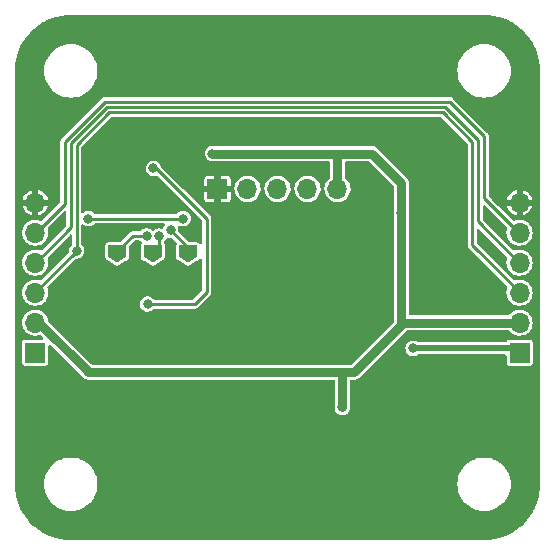
<source format=gbl>
G04 #@! TF.GenerationSoftware,KiCad,Pcbnew,(6.0.10-0)*
G04 #@! TF.CreationDate,2023-01-28T23:12:22+01:00*
G04 #@! TF.ProjectId,hitpoint-proto-v1,68697470-6f69-46e7-942d-70726f746f2d,Proto V1*
G04 #@! TF.SameCoordinates,Original*
G04 #@! TF.FileFunction,Copper,L2,Bot*
G04 #@! TF.FilePolarity,Positive*
%FSLAX46Y46*%
G04 Gerber Fmt 4.6, Leading zero omitted, Abs format (unit mm)*
G04 Created by KiCad (PCBNEW (6.0.10-0)) date 2023-01-28 23:12:22*
%MOMM*%
%LPD*%
G01*
G04 APERTURE LIST*
G04 Aperture macros list*
%AMFreePoly0*
4,1,6,0.500000,-0.750000,-0.650000,-0.750000,-0.150000,0.000000,-0.650000,0.750000,0.500000,0.750000,0.500000,-0.750000,0.500000,-0.750000,$1*%
%AMFreePoly1*
4,1,6,1.000000,0.000000,0.500000,-0.750000,-0.500000,-0.750000,-0.500000,0.750000,0.500000,0.750000,1.000000,0.000000,1.000000,0.000000,$1*%
G04 Aperture macros list end*
G04 #@! TA.AperFunction,ComponentPad*
%ADD10O,1.700000X1.700000*%
G04 #@! TD*
G04 #@! TA.AperFunction,ComponentPad*
%ADD11R,1.700000X1.700000*%
G04 #@! TD*
G04 #@! TA.AperFunction,SMDPad,CuDef*
%ADD12FreePoly0,270.000000*%
G04 #@! TD*
G04 #@! TA.AperFunction,SMDPad,CuDef*
%ADD13FreePoly1,270.000000*%
G04 #@! TD*
G04 #@! TA.AperFunction,ViaPad*
%ADD14C,0.800000*%
G04 #@! TD*
G04 #@! TA.AperFunction,ViaPad*
%ADD15C,2.000000*%
G04 #@! TD*
G04 #@! TA.AperFunction,Conductor*
%ADD16C,0.508000*%
G04 #@! TD*
G04 #@! TA.AperFunction,Conductor*
%ADD17C,0.762000*%
G04 #@! TD*
G04 #@! TA.AperFunction,Conductor*
%ADD18C,0.254000*%
G04 #@! TD*
G04 #@! TA.AperFunction,Conductor*
%ADD19C,0.250000*%
G04 #@! TD*
G04 APERTURE END LIST*
D10*
X117000000Y-81150000D03*
X117000000Y-83690000D03*
X117000000Y-86230000D03*
X117000000Y-88770000D03*
X117000000Y-91310000D03*
D11*
X117000000Y-93850000D03*
D10*
X142585000Y-80000000D03*
X140045000Y-80000000D03*
X137505000Y-80000000D03*
X134965000Y-80000000D03*
D11*
X132425000Y-80000000D03*
D10*
X158000000Y-81150000D03*
X158000000Y-83690000D03*
X158000000Y-86230000D03*
X158000000Y-88770000D03*
X158000000Y-91310000D03*
D11*
X158000000Y-93850000D03*
D12*
X126950000Y-86725000D03*
D13*
X126950000Y-85275000D03*
D12*
X123950000Y-86725000D03*
D13*
X123950000Y-85275000D03*
D12*
X129949999Y-86725000D03*
D13*
X129949999Y-85275000D03*
D14*
X149000000Y-93500000D03*
X143000000Y-85250000D03*
X127000000Y-98000000D03*
X132750000Y-87250000D03*
X145000000Y-85250000D03*
X144000000Y-89750000D03*
X142000000Y-89000000D03*
D15*
X145000000Y-107500000D03*
X142500000Y-67500000D03*
X137500000Y-67500000D03*
X125000000Y-107500000D03*
D14*
X148000000Y-77000000D03*
D15*
X117500000Y-97500000D03*
X147500000Y-67500000D03*
D14*
X149000000Y-99000000D03*
D15*
X125000000Y-67500000D03*
D14*
X144000000Y-88000000D03*
X138000000Y-75000000D03*
D15*
X117500000Y-100000000D03*
X137500000Y-107500000D03*
D14*
X145000000Y-88000000D03*
X136500000Y-85000000D03*
D15*
X157500000Y-100000000D03*
D14*
X138250000Y-99000000D03*
X152750000Y-81000000D03*
X127000000Y-77000000D03*
D15*
X157500000Y-77500000D03*
X117500000Y-77500000D03*
X140000000Y-107500000D03*
X132500000Y-67500000D03*
D14*
X143000000Y-86250000D03*
D15*
X157500000Y-97500000D03*
D14*
X126750000Y-92250000D03*
D15*
X142500000Y-107500000D03*
D14*
X148000000Y-98000000D03*
X120500000Y-89000000D03*
X125000000Y-100000000D03*
X134500000Y-94000000D03*
X145500000Y-82000000D03*
D15*
X135000000Y-67500000D03*
X127500000Y-107500000D03*
X127500000Y-67500000D03*
D14*
X145500000Y-81000000D03*
X136750000Y-75000000D03*
X132750000Y-88500000D03*
D15*
X145000000Y-67500000D03*
D14*
X120500000Y-87750000D03*
D15*
X147500000Y-107500000D03*
D14*
X136500000Y-83500000D03*
D15*
X132500000Y-107500000D03*
D14*
X125000000Y-75000000D03*
D15*
X150000000Y-107500000D03*
X135000000Y-107500000D03*
D14*
X146000000Y-89000000D03*
D15*
X130000000Y-67500000D03*
D14*
X150000000Y-88750000D03*
X142000000Y-88000000D03*
D15*
X157500000Y-75000000D03*
D14*
X139250000Y-75000000D03*
X143000000Y-89750000D03*
X153250000Y-88750000D03*
X140500000Y-75000000D03*
D15*
X130000000Y-107500000D03*
D14*
X150000000Y-75000000D03*
X134500000Y-93000000D03*
X146000000Y-88000000D03*
D15*
X117500000Y-75000000D03*
X150000000Y-67500000D03*
D14*
X143000000Y-88000000D03*
X150000000Y-100000000D03*
X149000000Y-76000000D03*
X126750000Y-93250000D03*
X145000000Y-86250000D03*
D15*
X140000000Y-67500000D03*
D14*
X138250000Y-100250000D03*
X145000000Y-89750000D03*
X126000000Y-99000000D03*
X126000000Y-76000000D03*
X152750000Y-82000000D03*
X143000000Y-98500000D03*
X132000000Y-77000000D03*
X121250000Y-95250000D03*
X148000000Y-82000000D03*
X127000000Y-78250000D03*
X126500000Y-89750000D03*
X120500000Y-85250000D03*
X128450000Y-83500000D03*
X127450000Y-84000000D03*
X126419218Y-83969218D03*
X129500000Y-82500000D03*
X121500000Y-82500000D03*
D16*
X157650000Y-93500000D02*
X158000000Y-93850000D01*
X149000000Y-93500000D02*
X157650000Y-93500000D01*
D17*
X143000000Y-95500000D02*
X121500000Y-95500000D01*
X117000000Y-91310000D02*
X117310000Y-91310000D01*
X117310000Y-91310000D02*
X121250000Y-95250000D01*
X145500000Y-77000000D02*
X148000000Y-79500000D01*
X142500000Y-77000000D02*
X142585000Y-77085000D01*
X142585000Y-77085000D02*
X142585000Y-80000000D01*
X148000000Y-91500000D02*
X148190000Y-91310000D01*
X148190000Y-91310000D02*
X158000000Y-91310000D01*
X148000000Y-91500000D02*
X144000000Y-95500000D01*
X121500000Y-95500000D02*
X121250000Y-95250000D01*
X144000000Y-95500000D02*
X143000000Y-95500000D01*
X143000000Y-95500000D02*
X143000000Y-98500000D01*
X142500000Y-77000000D02*
X145500000Y-77000000D01*
X132000000Y-77000000D02*
X142500000Y-77000000D01*
X148000000Y-91500000D02*
X148000000Y-82000000D01*
X148000000Y-79500000D02*
X148000000Y-82000000D01*
D18*
X127250000Y-78250000D02*
X127000000Y-78250000D01*
X130250000Y-81250000D02*
X127250000Y-78250000D01*
X130500000Y-89750000D02*
X131500000Y-88750000D01*
X131500000Y-88750000D02*
X131500000Y-82500000D01*
X126500000Y-89750000D02*
X130500000Y-89750000D01*
X131500000Y-82500000D02*
X130250000Y-81250000D01*
X135000000Y-79965000D02*
X134965000Y-80000000D01*
D19*
X123272792Y-73500000D02*
X151500000Y-73500000D01*
X154000000Y-76000000D02*
X154000000Y-84750000D01*
X117000000Y-88750000D02*
X120500000Y-85250000D01*
X158000000Y-88750000D02*
X158000000Y-88770000D01*
X120500000Y-85250000D02*
X120500000Y-76272792D01*
X117000000Y-88770000D02*
X117000000Y-88750000D01*
X120500000Y-76272792D02*
X123272792Y-73500000D01*
X151500000Y-73500000D02*
X154000000Y-76000000D01*
X154000000Y-84750000D02*
X158000000Y-88750000D01*
X117020000Y-86230000D02*
X120000000Y-83250000D01*
X154500000Y-75863604D02*
X154500000Y-82750000D01*
X157980000Y-86230000D02*
X158000000Y-86230000D01*
X117000000Y-86230000D02*
X117020000Y-86230000D01*
X154500000Y-82750000D02*
X157980000Y-86230000D01*
X120000000Y-76136396D02*
X123086396Y-73050000D01*
X120000000Y-83250000D02*
X120000000Y-76136396D01*
X151686396Y-73050000D02*
X154500000Y-75863604D01*
X123086396Y-73050000D02*
X151686396Y-73050000D01*
X129949999Y-85000000D02*
X129950000Y-85275000D01*
X128450000Y-83500000D02*
X129949999Y-85000000D01*
X127450000Y-84775001D02*
X126950001Y-85275000D01*
X127450000Y-84000000D02*
X127450000Y-84775001D01*
X126419218Y-83969218D02*
X125255782Y-83969218D01*
X125255782Y-83969218D02*
X123950000Y-85275000D01*
D18*
X129500000Y-82500000D02*
X121500000Y-82500000D01*
D19*
X117060000Y-83690000D02*
X119500000Y-81250000D01*
X152100000Y-72600000D02*
X155000000Y-75500000D01*
X122900000Y-72600000D02*
X152100000Y-72600000D01*
X155000000Y-80750000D02*
X157940000Y-83690000D01*
X157940000Y-83690000D02*
X158000000Y-83690000D01*
X155000000Y-75500000D02*
X155000000Y-80750000D01*
X117000000Y-83690000D02*
X117060000Y-83690000D01*
X119500000Y-81250000D02*
X119500000Y-76000000D01*
X119500000Y-76000000D02*
X122900000Y-72600000D01*
G04 #@! TA.AperFunction,Conductor*
G36*
X154987103Y-65256921D02*
G01*
X155000000Y-65259486D01*
X155012170Y-65257065D01*
X155022599Y-65257065D01*
X155035735Y-65256060D01*
X155356412Y-65270061D01*
X155408103Y-65272318D01*
X155419051Y-65273276D01*
X155818604Y-65325878D01*
X155829413Y-65327785D01*
X156222854Y-65415008D01*
X156233471Y-65417853D01*
X156617813Y-65539036D01*
X156628128Y-65542789D01*
X157000468Y-65697017D01*
X157010412Y-65701655D01*
X157295219Y-65849916D01*
X157367867Y-65887734D01*
X157377387Y-65893230D01*
X157717262Y-66109755D01*
X157726266Y-66116059D01*
X158045993Y-66361393D01*
X158054397Y-66368445D01*
X158130501Y-66438182D01*
X158351519Y-66640709D01*
X158359291Y-66648481D01*
X158470515Y-66769860D01*
X158631555Y-66945603D01*
X158638607Y-66954007D01*
X158768743Y-67123604D01*
X158883941Y-67273734D01*
X158890245Y-67282738D01*
X159106770Y-67622613D01*
X159112265Y-67632132D01*
X159258292Y-67912645D01*
X159298341Y-67989579D01*
X159302983Y-67999532D01*
X159457208Y-68371865D01*
X159460964Y-68382187D01*
X159496858Y-68496026D01*
X159582147Y-68766528D01*
X159584992Y-68777145D01*
X159665279Y-69139295D01*
X159672214Y-69170579D01*
X159674122Y-69181396D01*
X159682962Y-69248543D01*
X159726724Y-69580948D01*
X159727682Y-69591898D01*
X159743940Y-69964265D01*
X159742935Y-69977401D01*
X159742935Y-69987830D01*
X159740514Y-70000000D01*
X159742935Y-70012170D01*
X159743079Y-70012894D01*
X159745500Y-70037476D01*
X159745500Y-104962524D01*
X159743079Y-104987103D01*
X159740514Y-105000000D01*
X159742935Y-105012170D01*
X159742935Y-105022599D01*
X159743940Y-105035735D01*
X159727682Y-105408102D01*
X159726724Y-105419052D01*
X159674123Y-105818596D01*
X159672215Y-105829413D01*
X159623209Y-106050468D01*
X159584992Y-106222854D01*
X159582147Y-106233471D01*
X159466352Y-106600728D01*
X159460967Y-106617806D01*
X159457211Y-106628128D01*
X159389146Y-106792453D01*
X159302987Y-107000459D01*
X159298345Y-107010412D01*
X159257601Y-107088681D01*
X159112266Y-107367867D01*
X159106770Y-107377387D01*
X158890245Y-107717262D01*
X158883941Y-107726266D01*
X158638607Y-108045993D01*
X158631555Y-108054397D01*
X158495419Y-108202962D01*
X158359291Y-108351519D01*
X158351519Y-108359291D01*
X158202962Y-108495420D01*
X158054397Y-108631555D01*
X158045993Y-108638607D01*
X157811664Y-108818413D01*
X157726266Y-108883941D01*
X157717262Y-108890245D01*
X157377387Y-109106770D01*
X157367868Y-109112265D01*
X157010412Y-109298345D01*
X157000468Y-109302983D01*
X156628128Y-109457211D01*
X156617813Y-109460964D01*
X156233472Y-109582147D01*
X156222855Y-109584992D01*
X155829413Y-109672215D01*
X155818604Y-109674122D01*
X155419052Y-109726724D01*
X155408103Y-109727682D01*
X155356412Y-109729939D01*
X155035735Y-109743940D01*
X155022599Y-109742935D01*
X155012170Y-109742935D01*
X155000000Y-109740514D01*
X154987103Y-109743079D01*
X154962524Y-109745500D01*
X120037476Y-109745500D01*
X120012897Y-109743079D01*
X120000000Y-109740514D01*
X119987830Y-109742935D01*
X119977401Y-109742935D01*
X119964265Y-109743940D01*
X119643588Y-109729939D01*
X119591897Y-109727682D01*
X119580948Y-109726724D01*
X119181396Y-109674122D01*
X119170587Y-109672215D01*
X118777145Y-109584992D01*
X118766528Y-109582147D01*
X118382187Y-109460964D01*
X118371872Y-109457211D01*
X117999532Y-109302983D01*
X117989588Y-109298345D01*
X117632132Y-109112265D01*
X117622613Y-109106770D01*
X117282738Y-108890245D01*
X117273734Y-108883941D01*
X117188336Y-108818413D01*
X116954007Y-108638607D01*
X116945603Y-108631555D01*
X116797038Y-108495420D01*
X116648481Y-108359291D01*
X116640709Y-108351519D01*
X116504581Y-108202962D01*
X116368445Y-108054397D01*
X116361393Y-108045993D01*
X116116059Y-107726266D01*
X116109755Y-107717262D01*
X115893230Y-107377387D01*
X115887734Y-107367867D01*
X115742399Y-107088681D01*
X115701655Y-107010412D01*
X115697013Y-107000459D01*
X115610855Y-106792453D01*
X115542789Y-106628128D01*
X115539033Y-106617806D01*
X115533649Y-106600728D01*
X115417853Y-106233471D01*
X115415008Y-106222854D01*
X115376791Y-106050468D01*
X115327785Y-105829413D01*
X115325877Y-105818596D01*
X115273276Y-105419052D01*
X115272318Y-105408102D01*
X115256060Y-105035735D01*
X115257065Y-105022599D01*
X115257065Y-105012170D01*
X115259486Y-105000000D01*
X117740663Y-105000000D01*
X117740933Y-105004119D01*
X117754606Y-105212723D01*
X117759992Y-105294903D01*
X117760796Y-105298943D01*
X117760796Y-105298946D01*
X117787717Y-105434284D01*
X117817648Y-105584759D01*
X117818973Y-105588663D01*
X117818974Y-105588666D01*
X117901874Y-105832881D01*
X117912645Y-105864611D01*
X118043357Y-106129668D01*
X118207547Y-106375397D01*
X118402407Y-106597593D01*
X118624603Y-106792453D01*
X118870331Y-106956643D01*
X118874030Y-106958467D01*
X118874035Y-106958470D01*
X118959181Y-107000459D01*
X119135389Y-107087355D01*
X119139294Y-107088680D01*
X119139295Y-107088681D01*
X119411334Y-107181026D01*
X119411337Y-107181027D01*
X119415241Y-107182352D01*
X119419280Y-107183155D01*
X119419286Y-107183157D01*
X119701054Y-107239204D01*
X119701057Y-107239204D01*
X119705097Y-107240008D01*
X119709208Y-107240277D01*
X119709212Y-107240278D01*
X119995881Y-107259067D01*
X120000000Y-107259337D01*
X120004119Y-107259067D01*
X120290788Y-107240278D01*
X120290792Y-107240277D01*
X120294903Y-107240008D01*
X120298943Y-107239204D01*
X120298946Y-107239204D01*
X120580714Y-107183157D01*
X120580720Y-107183155D01*
X120584759Y-107182352D01*
X120588663Y-107181027D01*
X120588666Y-107181026D01*
X120860705Y-107088681D01*
X120860706Y-107088680D01*
X120864611Y-107087355D01*
X121040819Y-107000459D01*
X121125965Y-106958470D01*
X121125970Y-106958467D01*
X121129669Y-106956643D01*
X121375397Y-106792453D01*
X121597593Y-106597593D01*
X121792453Y-106375397D01*
X121956643Y-106129668D01*
X122087355Y-105864611D01*
X122098126Y-105832881D01*
X122181026Y-105588666D01*
X122181027Y-105588663D01*
X122182352Y-105584759D01*
X122212284Y-105434284D01*
X122239204Y-105298946D01*
X122239204Y-105298943D01*
X122240008Y-105294903D01*
X122245395Y-105212723D01*
X122259067Y-105004119D01*
X122259337Y-105000000D01*
X152740663Y-105000000D01*
X152740933Y-105004119D01*
X152754606Y-105212723D01*
X152759992Y-105294903D01*
X152760796Y-105298943D01*
X152760796Y-105298946D01*
X152787717Y-105434284D01*
X152817648Y-105584759D01*
X152818973Y-105588663D01*
X152818974Y-105588666D01*
X152901874Y-105832881D01*
X152912645Y-105864611D01*
X153043357Y-106129668D01*
X153207547Y-106375397D01*
X153402407Y-106597593D01*
X153624603Y-106792453D01*
X153870331Y-106956643D01*
X153874030Y-106958467D01*
X153874035Y-106958470D01*
X153959181Y-107000459D01*
X154135389Y-107087355D01*
X154139294Y-107088680D01*
X154139295Y-107088681D01*
X154411334Y-107181026D01*
X154411337Y-107181027D01*
X154415241Y-107182352D01*
X154419280Y-107183155D01*
X154419286Y-107183157D01*
X154701054Y-107239204D01*
X154701057Y-107239204D01*
X154705097Y-107240008D01*
X154709208Y-107240277D01*
X154709212Y-107240278D01*
X154995881Y-107259067D01*
X155000000Y-107259337D01*
X155004119Y-107259067D01*
X155290788Y-107240278D01*
X155290792Y-107240277D01*
X155294903Y-107240008D01*
X155298943Y-107239204D01*
X155298946Y-107239204D01*
X155580714Y-107183157D01*
X155580720Y-107183155D01*
X155584759Y-107182352D01*
X155588663Y-107181027D01*
X155588666Y-107181026D01*
X155860705Y-107088681D01*
X155860706Y-107088680D01*
X155864611Y-107087355D01*
X156040819Y-107000459D01*
X156125965Y-106958470D01*
X156125970Y-106958467D01*
X156129669Y-106956643D01*
X156375397Y-106792453D01*
X156597593Y-106597593D01*
X156792453Y-106375397D01*
X156956643Y-106129668D01*
X157087355Y-105864611D01*
X157098126Y-105832881D01*
X157181026Y-105588666D01*
X157181027Y-105588663D01*
X157182352Y-105584759D01*
X157212284Y-105434284D01*
X157239204Y-105298946D01*
X157239204Y-105298943D01*
X157240008Y-105294903D01*
X157245395Y-105212723D01*
X157259067Y-105004119D01*
X157259337Y-105000000D01*
X157240008Y-104705097D01*
X157197156Y-104489665D01*
X157183157Y-104419286D01*
X157183155Y-104419280D01*
X157182352Y-104415241D01*
X157087355Y-104135389D01*
X156956643Y-103870332D01*
X156792453Y-103624603D01*
X156597593Y-103402407D01*
X156375397Y-103207547D01*
X156129669Y-103043357D01*
X156125970Y-103041533D01*
X156125965Y-103041530D01*
X155989991Y-102974475D01*
X155864611Y-102912645D01*
X155860705Y-102911319D01*
X155588666Y-102818974D01*
X155588663Y-102818973D01*
X155584759Y-102817648D01*
X155580720Y-102816845D01*
X155580714Y-102816843D01*
X155298946Y-102760796D01*
X155298943Y-102760796D01*
X155294903Y-102759992D01*
X155290792Y-102759723D01*
X155290788Y-102759722D01*
X155004119Y-102740933D01*
X155000000Y-102740663D01*
X154995881Y-102740933D01*
X154709212Y-102759722D01*
X154709208Y-102759723D01*
X154705097Y-102759992D01*
X154701057Y-102760796D01*
X154701054Y-102760796D01*
X154419286Y-102816843D01*
X154419280Y-102816845D01*
X154415241Y-102817648D01*
X154411337Y-102818973D01*
X154411334Y-102818974D01*
X154139295Y-102911319D01*
X154135389Y-102912645D01*
X154010143Y-102974410D01*
X153874036Y-103041530D01*
X153874031Y-103041533D01*
X153870332Y-103043357D01*
X153624603Y-103207547D01*
X153402407Y-103402407D01*
X153207547Y-103624603D01*
X153043357Y-103870332D01*
X152912645Y-104135389D01*
X152817648Y-104415241D01*
X152816845Y-104419280D01*
X152816843Y-104419286D01*
X152802844Y-104489665D01*
X152759992Y-104705097D01*
X152743658Y-104954308D01*
X152740663Y-105000000D01*
X122259337Y-105000000D01*
X122240008Y-104705097D01*
X122197156Y-104489665D01*
X122183157Y-104419286D01*
X122183155Y-104419280D01*
X122182352Y-104415241D01*
X122087355Y-104135389D01*
X121956643Y-103870332D01*
X121792453Y-103624603D01*
X121597593Y-103402407D01*
X121375397Y-103207547D01*
X121129669Y-103043357D01*
X121125970Y-103041533D01*
X121125965Y-103041530D01*
X120989991Y-102974475D01*
X120864611Y-102912645D01*
X120860705Y-102911319D01*
X120588666Y-102818974D01*
X120588663Y-102818973D01*
X120584759Y-102817648D01*
X120580720Y-102816845D01*
X120580714Y-102816843D01*
X120298946Y-102760796D01*
X120298943Y-102760796D01*
X120294903Y-102759992D01*
X120290792Y-102759723D01*
X120290788Y-102759722D01*
X120004119Y-102740933D01*
X120000000Y-102740663D01*
X119995881Y-102740933D01*
X119709212Y-102759722D01*
X119709208Y-102759723D01*
X119705097Y-102759992D01*
X119701057Y-102760796D01*
X119701054Y-102760796D01*
X119419286Y-102816843D01*
X119419280Y-102816845D01*
X119415241Y-102817648D01*
X119411337Y-102818973D01*
X119411334Y-102818974D01*
X119139295Y-102911319D01*
X119135389Y-102912645D01*
X119010143Y-102974410D01*
X118874036Y-103041530D01*
X118874031Y-103041533D01*
X118870332Y-103043357D01*
X118624603Y-103207547D01*
X118402407Y-103402407D01*
X118207547Y-103624603D01*
X118043357Y-103870332D01*
X117912645Y-104135389D01*
X117817648Y-104415241D01*
X117816845Y-104419280D01*
X117816843Y-104419286D01*
X117802844Y-104489665D01*
X117759992Y-104705097D01*
X117743658Y-104954308D01*
X117740663Y-105000000D01*
X115259486Y-105000000D01*
X115256921Y-104987103D01*
X115254500Y-104962524D01*
X115254500Y-91280964D01*
X115891148Y-91280964D01*
X115904424Y-91483522D01*
X115905845Y-91489118D01*
X115905846Y-91489123D01*
X115926119Y-91568945D01*
X115954392Y-91680269D01*
X115956809Y-91685512D01*
X115994010Y-91766208D01*
X116039377Y-91864616D01*
X116042710Y-91869332D01*
X116123653Y-91983864D01*
X116156533Y-92030389D01*
X116301938Y-92172035D01*
X116470720Y-92284812D01*
X116476023Y-92287090D01*
X116476026Y-92287092D01*
X116651921Y-92362662D01*
X116657228Y-92364942D01*
X116730244Y-92381464D01*
X116849579Y-92408467D01*
X116849584Y-92408468D01*
X116855216Y-92409742D01*
X116860987Y-92409969D01*
X116860989Y-92409969D01*
X116920756Y-92412317D01*
X117058053Y-92417712D01*
X117158499Y-92403148D01*
X117253231Y-92389413D01*
X117253236Y-92389412D01*
X117258945Y-92388584D01*
X117264409Y-92386729D01*
X117264414Y-92386728D01*
X117357141Y-92355251D01*
X117428076Y-92352295D01*
X117486737Y-92385469D01*
X117631673Y-92530405D01*
X117665699Y-92592717D01*
X117660634Y-92663532D01*
X117618087Y-92720368D01*
X117551567Y-92745179D01*
X117542578Y-92745500D01*
X116159268Y-92745501D01*
X116124934Y-92745501D01*
X116089182Y-92752612D01*
X116062874Y-92757844D01*
X116062872Y-92757845D01*
X116050699Y-92760266D01*
X116040379Y-92767161D01*
X116040378Y-92767162D01*
X115979985Y-92807516D01*
X115966516Y-92816516D01*
X115910266Y-92900699D01*
X115895500Y-92974933D01*
X115895501Y-94725066D01*
X115910266Y-94799301D01*
X115917161Y-94809620D01*
X115917162Y-94809622D01*
X115940466Y-94844498D01*
X115966516Y-94883484D01*
X116050699Y-94939734D01*
X116124933Y-94954500D01*
X116999858Y-94954500D01*
X117875066Y-94954499D01*
X117910818Y-94947388D01*
X117937126Y-94942156D01*
X117937128Y-94942155D01*
X117949301Y-94939734D01*
X117959621Y-94932839D01*
X117959622Y-94932838D01*
X118023168Y-94890377D01*
X118033484Y-94883484D01*
X118089734Y-94799301D01*
X118104500Y-94725067D01*
X118104499Y-93307420D01*
X118124501Y-93239300D01*
X118178157Y-93192807D01*
X118248431Y-93182703D01*
X118313011Y-93212196D01*
X118319594Y-93218326D01*
X120678405Y-95577137D01*
X120693891Y-95595955D01*
X120750908Y-95680805D01*
X120868076Y-95787419D01*
X120874752Y-95791044D01*
X120874755Y-95791046D01*
X120897122Y-95803191D01*
X120926094Y-95824826D01*
X120994745Y-95893477D01*
X121002322Y-95901803D01*
X121006447Y-95908303D01*
X121012225Y-95913729D01*
X121012226Y-95913730D01*
X121056281Y-95955100D01*
X121059123Y-95957855D01*
X121078906Y-95977638D01*
X121082114Y-95980126D01*
X121091143Y-95987837D01*
X121123494Y-96018217D01*
X121130443Y-96022037D01*
X121141329Y-96028022D01*
X121157853Y-96038876D01*
X121173933Y-96051349D01*
X121181210Y-96054498D01*
X121214650Y-96068969D01*
X121225311Y-96074192D01*
X121257247Y-96091749D01*
X121257252Y-96091751D01*
X121264197Y-96095569D01*
X121271871Y-96097539D01*
X121271878Y-96097542D01*
X121283913Y-96100632D01*
X121302618Y-96107036D01*
X121314013Y-96111967D01*
X121321292Y-96115117D01*
X121336401Y-96117510D01*
X121365127Y-96122060D01*
X121376740Y-96124465D01*
X121419718Y-96135500D01*
X121440065Y-96135500D01*
X121459777Y-96137051D01*
X121479879Y-96140235D01*
X121487771Y-96139489D01*
X121524056Y-96136059D01*
X121535914Y-96135500D01*
X142238500Y-96135500D01*
X142306621Y-96155502D01*
X142353114Y-96209158D01*
X142364500Y-96261500D01*
X142364500Y-98311739D01*
X142361443Y-98335943D01*
X142361406Y-98336037D01*
X142340729Y-98493096D01*
X142358113Y-98650553D01*
X142412553Y-98799319D01*
X142500908Y-98930805D01*
X142506527Y-98935918D01*
X142506528Y-98935919D01*
X142517903Y-98946269D01*
X142618076Y-99037419D01*
X142757293Y-99113008D01*
X142910522Y-99153207D01*
X142994477Y-99154526D01*
X143061319Y-99155576D01*
X143061322Y-99155576D01*
X143068916Y-99155695D01*
X143223332Y-99120329D01*
X143293742Y-99084917D01*
X143358072Y-99052563D01*
X143358075Y-99052561D01*
X143364855Y-99049151D01*
X143370626Y-99044222D01*
X143370629Y-99044220D01*
X143479536Y-98951204D01*
X143479536Y-98951203D01*
X143485314Y-98946269D01*
X143577755Y-98817624D01*
X143636842Y-98670641D01*
X143659162Y-98513807D01*
X143659307Y-98500000D01*
X143640276Y-98342733D01*
X143638744Y-98338679D01*
X143635500Y-98311867D01*
X143635500Y-96261500D01*
X143655502Y-96193379D01*
X143709158Y-96146886D01*
X143761500Y-96135500D01*
X143920980Y-96135500D01*
X143932214Y-96136030D01*
X143939719Y-96137708D01*
X144008012Y-96135562D01*
X144011969Y-96135500D01*
X144039983Y-96135500D01*
X144043908Y-96135004D01*
X144043909Y-96135004D01*
X144044004Y-96134992D01*
X144055849Y-96134059D01*
X144085670Y-96133122D01*
X144092282Y-96132914D01*
X144092283Y-96132914D01*
X144100205Y-96132665D01*
X144119749Y-96126987D01*
X144139112Y-96122977D01*
X144151440Y-96121420D01*
X144151442Y-96121420D01*
X144159299Y-96120427D01*
X144166663Y-96117511D01*
X144166668Y-96117510D01*
X144200556Y-96104093D01*
X144211785Y-96100248D01*
X144228465Y-96095402D01*
X144254393Y-96087869D01*
X144261220Y-96083831D01*
X144261223Y-96083830D01*
X144271906Y-96077512D01*
X144289664Y-96068812D01*
X144301215Y-96064239D01*
X144301221Y-96064235D01*
X144308588Y-96061319D01*
X144317977Y-96054498D01*
X144344488Y-96035236D01*
X144354410Y-96028719D01*
X144385768Y-96010174D01*
X144385772Y-96010171D01*
X144392598Y-96006134D01*
X144406982Y-95991750D01*
X144422016Y-95978909D01*
X144432073Y-95971602D01*
X144438487Y-95966942D01*
X144466778Y-95932744D01*
X144474767Y-95923965D01*
X146905636Y-93493096D01*
X148340729Y-93493096D01*
X148358113Y-93650553D01*
X148412553Y-93799319D01*
X148500908Y-93930805D01*
X148618076Y-94037419D01*
X148757293Y-94113008D01*
X148910522Y-94153207D01*
X148994477Y-94154526D01*
X149061319Y-94155576D01*
X149061322Y-94155576D01*
X149068916Y-94155695D01*
X149223332Y-94120329D01*
X149299227Y-94082158D01*
X149358072Y-94052563D01*
X149358075Y-94052561D01*
X149364855Y-94049151D01*
X149377103Y-94038690D01*
X149441892Y-94009658D01*
X149458935Y-94008500D01*
X156769501Y-94008500D01*
X156837622Y-94028502D01*
X156884115Y-94082158D01*
X156895501Y-94134500D01*
X156895501Y-94725066D01*
X156910266Y-94799301D01*
X156917161Y-94809620D01*
X156917162Y-94809622D01*
X156940466Y-94844498D01*
X156966516Y-94883484D01*
X157050699Y-94939734D01*
X157124933Y-94954500D01*
X157999858Y-94954500D01*
X158875066Y-94954499D01*
X158910818Y-94947388D01*
X158937126Y-94942156D01*
X158937128Y-94942155D01*
X158949301Y-94939734D01*
X158959621Y-94932839D01*
X158959622Y-94932838D01*
X159023168Y-94890377D01*
X159033484Y-94883484D01*
X159089734Y-94799301D01*
X159104500Y-94725067D01*
X159104499Y-92974934D01*
X159097388Y-92939182D01*
X159092156Y-92912874D01*
X159092155Y-92912872D01*
X159089734Y-92900699D01*
X159079595Y-92885524D01*
X159040377Y-92826832D01*
X159033484Y-92816516D01*
X158949301Y-92760266D01*
X158875067Y-92745500D01*
X158000142Y-92745500D01*
X157124934Y-92745501D01*
X157089182Y-92752612D01*
X157062874Y-92757844D01*
X157062872Y-92757845D01*
X157050699Y-92760266D01*
X157040379Y-92767161D01*
X157040378Y-92767162D01*
X156979985Y-92807516D01*
X156966516Y-92816516D01*
X156910266Y-92900699D01*
X156907845Y-92912871D01*
X156907494Y-92913718D01*
X156862945Y-92968999D01*
X156791085Y-92991500D01*
X149461178Y-92991500D01*
X149393057Y-92971498D01*
X149388279Y-92967869D01*
X149388187Y-92968001D01*
X149381946Y-92963664D01*
X149376275Y-92958611D01*
X149368889Y-92954700D01*
X149266899Y-92900699D01*
X149236274Y-92884484D01*
X149082633Y-92845892D01*
X149075034Y-92845852D01*
X149075033Y-92845852D01*
X149009181Y-92845507D01*
X148924221Y-92845062D01*
X148916841Y-92846834D01*
X148916839Y-92846834D01*
X148777563Y-92880271D01*
X148777560Y-92880272D01*
X148770184Y-92882043D01*
X148629414Y-92954700D01*
X148510039Y-93058838D01*
X148418950Y-93188444D01*
X148361406Y-93336037D01*
X148340729Y-93493096D01*
X146905636Y-93493096D01*
X148393477Y-92005255D01*
X148401803Y-91997678D01*
X148408303Y-91993553D01*
X148416104Y-91985246D01*
X148418457Y-91983864D01*
X148419838Y-91982721D01*
X148420022Y-91982944D01*
X148477317Y-91949281D01*
X148507953Y-91945500D01*
X157031297Y-91945500D01*
X157099418Y-91965502D01*
X157134194Y-91998780D01*
X157156533Y-92030389D01*
X157301938Y-92172035D01*
X157470720Y-92284812D01*
X157476023Y-92287090D01*
X157476026Y-92287092D01*
X157651921Y-92362662D01*
X157657228Y-92364942D01*
X157730244Y-92381464D01*
X157849579Y-92408467D01*
X157849584Y-92408468D01*
X157855216Y-92409742D01*
X157860987Y-92409969D01*
X157860989Y-92409969D01*
X157920756Y-92412317D01*
X158058053Y-92417712D01*
X158158499Y-92403148D01*
X158253231Y-92389413D01*
X158253236Y-92389412D01*
X158258945Y-92388584D01*
X158264409Y-92386729D01*
X158264414Y-92386728D01*
X158445693Y-92325192D01*
X158445698Y-92325190D01*
X158451165Y-92323334D01*
X158628276Y-92224147D01*
X158690934Y-92172035D01*
X158779913Y-92098031D01*
X158784345Y-92094345D01*
X158865086Y-91997265D01*
X158910453Y-91942718D01*
X158910455Y-91942715D01*
X158914147Y-91938276D01*
X159013334Y-91761165D01*
X159015190Y-91755698D01*
X159015192Y-91755693D01*
X159076728Y-91574414D01*
X159076729Y-91574409D01*
X159078584Y-91568945D01*
X159079412Y-91563236D01*
X159079413Y-91563231D01*
X159107179Y-91371727D01*
X159107712Y-91368053D01*
X159109232Y-91310000D01*
X159090658Y-91107859D01*
X159089090Y-91102299D01*
X159037125Y-90918046D01*
X159037124Y-90918044D01*
X159035557Y-90912487D01*
X159024978Y-90891033D01*
X158948331Y-90735609D01*
X158945776Y-90730428D01*
X158824320Y-90567779D01*
X158675258Y-90429987D01*
X158670375Y-90426906D01*
X158670371Y-90426903D01*
X158508464Y-90324748D01*
X158503581Y-90321667D01*
X158315039Y-90246446D01*
X158309379Y-90245320D01*
X158309375Y-90245319D01*
X158121613Y-90207971D01*
X158121610Y-90207971D01*
X158115946Y-90206844D01*
X158110171Y-90206768D01*
X158110167Y-90206768D01*
X158008793Y-90205441D01*
X157912971Y-90204187D01*
X157907274Y-90205166D01*
X157907273Y-90205166D01*
X157718607Y-90237585D01*
X157712910Y-90238564D01*
X157522463Y-90308824D01*
X157348010Y-90412612D01*
X157343670Y-90416418D01*
X157343666Y-90416421D01*
X157323723Y-90433911D01*
X157195392Y-90546455D01*
X157191817Y-90550990D01*
X157191816Y-90550991D01*
X157132285Y-90626506D01*
X157074404Y-90667619D01*
X157033335Y-90674500D01*
X148761500Y-90674500D01*
X148693379Y-90654498D01*
X148646886Y-90600842D01*
X148635500Y-90548500D01*
X148635500Y-82188711D01*
X148637861Y-82170786D01*
X148636842Y-82170641D01*
X148658581Y-82017891D01*
X148658581Y-82017888D01*
X148659162Y-82013807D01*
X148659307Y-82000000D01*
X148654959Y-81964065D01*
X148646586Y-81894875D01*
X148640276Y-81842733D01*
X148638744Y-81838679D01*
X148635500Y-81811867D01*
X148635500Y-79579032D01*
X148636030Y-79567793D01*
X148637709Y-79560281D01*
X148635562Y-79491969D01*
X148635500Y-79488012D01*
X148635500Y-79460017D01*
X148634992Y-79455994D01*
X148634059Y-79444152D01*
X148633314Y-79420428D01*
X148632665Y-79399795D01*
X148626987Y-79380251D01*
X148622977Y-79360888D01*
X148621420Y-79348560D01*
X148621420Y-79348558D01*
X148620427Y-79340701D01*
X148617511Y-79333337D01*
X148617510Y-79333332D01*
X148604093Y-79299444D01*
X148600248Y-79288215D01*
X148590081Y-79253222D01*
X148587869Y-79245607D01*
X148583830Y-79238777D01*
X148577512Y-79228094D01*
X148568812Y-79210336D01*
X148564239Y-79198785D01*
X148564235Y-79198779D01*
X148561319Y-79191412D01*
X148535234Y-79155509D01*
X148528719Y-79145590D01*
X148510174Y-79114232D01*
X148510171Y-79114228D01*
X148506134Y-79107402D01*
X148491750Y-79093018D01*
X148478909Y-79077984D01*
X148471602Y-79067927D01*
X148466942Y-79061513D01*
X148432744Y-79033222D01*
X148423965Y-79025233D01*
X146005250Y-76606517D01*
X145997674Y-76598191D01*
X145993553Y-76591697D01*
X145943734Y-76544914D01*
X145940893Y-76542160D01*
X145921094Y-76522361D01*
X145917969Y-76519937D01*
X145917960Y-76519929D01*
X145917874Y-76519863D01*
X145908849Y-76512155D01*
X145882285Y-76487210D01*
X145876506Y-76481783D01*
X145858669Y-76471977D01*
X145842153Y-76461127D01*
X145826067Y-76448650D01*
X145785334Y-76431024D01*
X145774686Y-76425807D01*
X145753309Y-76414055D01*
X145735803Y-76404431D01*
X145728128Y-76402460D01*
X145728122Y-76402458D01*
X145716089Y-76399369D01*
X145697387Y-76392966D01*
X145678708Y-76384883D01*
X145644872Y-76379524D01*
X145634873Y-76377940D01*
X145623260Y-76375535D01*
X145580282Y-76364500D01*
X145559935Y-76364500D01*
X145540224Y-76362949D01*
X145527950Y-76361005D01*
X145520121Y-76359765D01*
X145512229Y-76360511D01*
X145475944Y-76363941D01*
X145464086Y-76364500D01*
X142559935Y-76364500D01*
X142540224Y-76362949D01*
X142527950Y-76361005D01*
X142520121Y-76359765D01*
X142512229Y-76360511D01*
X142475944Y-76363941D01*
X142464086Y-76364500D01*
X132172298Y-76364500D01*
X132141602Y-76360704D01*
X132090002Y-76347743D01*
X132082633Y-76345892D01*
X132075034Y-76345852D01*
X132075033Y-76345852D01*
X132009181Y-76345507D01*
X131924221Y-76345062D01*
X131916841Y-76346834D01*
X131916839Y-76346834D01*
X131777563Y-76380271D01*
X131777560Y-76380272D01*
X131770184Y-76382043D01*
X131629414Y-76454700D01*
X131510039Y-76558838D01*
X131418950Y-76688444D01*
X131361406Y-76836037D01*
X131340729Y-76993096D01*
X131358113Y-77150553D01*
X131412553Y-77299319D01*
X131500908Y-77430805D01*
X131618076Y-77537419D01*
X131757293Y-77613008D01*
X131910522Y-77653207D01*
X131994477Y-77654526D01*
X132061319Y-77655576D01*
X132061322Y-77655576D01*
X132068916Y-77655695D01*
X132143208Y-77638680D01*
X132171337Y-77635500D01*
X141823500Y-77635500D01*
X141891621Y-77655502D01*
X141938114Y-77709158D01*
X141949500Y-77761500D01*
X141949500Y-79031060D01*
X141929498Y-79099181D01*
X141906578Y-79125792D01*
X141884003Y-79145590D01*
X141780392Y-79236455D01*
X141654720Y-79395869D01*
X141652031Y-79400980D01*
X141652029Y-79400983D01*
X141639073Y-79425609D01*
X141560203Y-79575515D01*
X141500007Y-79769378D01*
X141476148Y-79970964D01*
X141489424Y-80173522D01*
X141490845Y-80179118D01*
X141490846Y-80179123D01*
X141537971Y-80364674D01*
X141539392Y-80370269D01*
X141541809Y-80375512D01*
X141579010Y-80456208D01*
X141624377Y-80554616D01*
X141627710Y-80559332D01*
X141677449Y-80629711D01*
X141741533Y-80720389D01*
X141886938Y-80862035D01*
X141891742Y-80865245D01*
X141928831Y-80890027D01*
X142055720Y-80974812D01*
X142061023Y-80977090D01*
X142061026Y-80977092D01*
X142149707Y-81015192D01*
X142242228Y-81054942D01*
X142315244Y-81071464D01*
X142434579Y-81098467D01*
X142434584Y-81098468D01*
X142440216Y-81099742D01*
X142445987Y-81099969D01*
X142445989Y-81099969D01*
X142505756Y-81102317D01*
X142643053Y-81107712D01*
X142753596Y-81091684D01*
X142838231Y-81079413D01*
X142838236Y-81079412D01*
X142843945Y-81078584D01*
X142849409Y-81076729D01*
X142849414Y-81076728D01*
X143030693Y-81015192D01*
X143030698Y-81015190D01*
X143036165Y-81013334D01*
X143213276Y-80914147D01*
X143239510Y-80892329D01*
X143364913Y-80788031D01*
X143369345Y-80784345D01*
X143499147Y-80628276D01*
X143598334Y-80451165D01*
X143600190Y-80445698D01*
X143600192Y-80445693D01*
X143661728Y-80264414D01*
X143661729Y-80264409D01*
X143663584Y-80258945D01*
X143664412Y-80253236D01*
X143664413Y-80253231D01*
X143687347Y-80095053D01*
X143692712Y-80058053D01*
X143694232Y-80000000D01*
X143675658Y-79797859D01*
X143673058Y-79788640D01*
X143622125Y-79608046D01*
X143622124Y-79608044D01*
X143620557Y-79602487D01*
X143609978Y-79581033D01*
X143533331Y-79425609D01*
X143530776Y-79420428D01*
X143521287Y-79407720D01*
X143486315Y-79360888D01*
X143409320Y-79257779D01*
X143260971Y-79120646D01*
X143224526Y-79059718D01*
X143220500Y-79028122D01*
X143220500Y-77761500D01*
X143240502Y-77693379D01*
X143294158Y-77646886D01*
X143346500Y-77635500D01*
X145184578Y-77635500D01*
X145252699Y-77655502D01*
X145273673Y-77672405D01*
X147327595Y-79726328D01*
X147361621Y-79788640D01*
X147364500Y-79815423D01*
X147364500Y-81811739D01*
X147361443Y-81835943D01*
X147361406Y-81836037D01*
X147360414Y-81843570D01*
X147360414Y-81843571D01*
X147344604Y-81963664D01*
X147340729Y-81993096D01*
X147358113Y-82150553D01*
X147360722Y-82157682D01*
X147361171Y-82159597D01*
X147364500Y-82188368D01*
X147364500Y-91184577D01*
X147344498Y-91252698D01*
X147327595Y-91273672D01*
X143773672Y-94827595D01*
X143711360Y-94861621D01*
X143684577Y-94864500D01*
X143071983Y-94864500D01*
X143048374Y-94862268D01*
X143048009Y-94862198D01*
X143048004Y-94862198D01*
X143040221Y-94860713D01*
X142983987Y-94864251D01*
X142976075Y-94864500D01*
X121844756Y-94864500D01*
X121776635Y-94844498D01*
X121750240Y-94821823D01*
X121748856Y-94820253D01*
X121744553Y-94813992D01*
X121626275Y-94708611D01*
X121619563Y-94705057D01*
X121619557Y-94705053D01*
X121602781Y-94696171D01*
X121572645Y-94673912D01*
X118131372Y-91232639D01*
X118097346Y-91170327D01*
X118094998Y-91155091D01*
X118090658Y-91107859D01*
X118089090Y-91102299D01*
X118037125Y-90918046D01*
X118037124Y-90918044D01*
X118035557Y-90912487D01*
X118024978Y-90891033D01*
X117948331Y-90735609D01*
X117945776Y-90730428D01*
X117824320Y-90567779D01*
X117675258Y-90429987D01*
X117670375Y-90426906D01*
X117670371Y-90426903D01*
X117508464Y-90324748D01*
X117503581Y-90321667D01*
X117315039Y-90246446D01*
X117309379Y-90245320D01*
X117309375Y-90245319D01*
X117121613Y-90207971D01*
X117121610Y-90207971D01*
X117115946Y-90206844D01*
X117110171Y-90206768D01*
X117110167Y-90206768D01*
X117008793Y-90205441D01*
X116912971Y-90204187D01*
X116907274Y-90205166D01*
X116907273Y-90205166D01*
X116718607Y-90237585D01*
X116712910Y-90238564D01*
X116522463Y-90308824D01*
X116348010Y-90412612D01*
X116343670Y-90416418D01*
X116343666Y-90416421D01*
X116323723Y-90433911D01*
X116195392Y-90546455D01*
X116069720Y-90705869D01*
X116067031Y-90710980D01*
X116067029Y-90710983D01*
X116054073Y-90735609D01*
X115975203Y-90885515D01*
X115915007Y-91079378D01*
X115891148Y-91280964D01*
X115254500Y-91280964D01*
X115254500Y-88740964D01*
X115891148Y-88740964D01*
X115891526Y-88746730D01*
X115903901Y-88935535D01*
X115904424Y-88943522D01*
X115905845Y-88949118D01*
X115905846Y-88949123D01*
X115943361Y-89096834D01*
X115954392Y-89140269D01*
X115956809Y-89145512D01*
X115994010Y-89226208D01*
X116039377Y-89324616D01*
X116156533Y-89490389D01*
X116301938Y-89632035D01*
X116470720Y-89744812D01*
X116476023Y-89747090D01*
X116476026Y-89747092D01*
X116564707Y-89785192D01*
X116657228Y-89824942D01*
X116730244Y-89841464D01*
X116849579Y-89868467D01*
X116849584Y-89868468D01*
X116855216Y-89869742D01*
X116860987Y-89869969D01*
X116860989Y-89869969D01*
X116920756Y-89872317D01*
X117058053Y-89877712D01*
X117158499Y-89863148D01*
X117253231Y-89849413D01*
X117253236Y-89849412D01*
X117258945Y-89848584D01*
X117264409Y-89846729D01*
X117264414Y-89846728D01*
X117445693Y-89785192D01*
X117445698Y-89785190D01*
X117451165Y-89783334D01*
X117628276Y-89684147D01*
X117690934Y-89632035D01*
X117779913Y-89558031D01*
X117784345Y-89554345D01*
X117874851Y-89445524D01*
X117910453Y-89402718D01*
X117910455Y-89402715D01*
X117914147Y-89398276D01*
X118013334Y-89221165D01*
X118015190Y-89215698D01*
X118015192Y-89215693D01*
X118076728Y-89034414D01*
X118076729Y-89034409D01*
X118078584Y-89028945D01*
X118079412Y-89023236D01*
X118079413Y-89023231D01*
X118107179Y-88831727D01*
X118107712Y-88828053D01*
X118109232Y-88770000D01*
X118090658Y-88567859D01*
X118089090Y-88562299D01*
X118037125Y-88378046D01*
X118037124Y-88378044D01*
X118035557Y-88372487D01*
X118033003Y-88367307D01*
X118030932Y-88361913D01*
X118033422Y-88360957D01*
X118023243Y-88302083D01*
X118050890Y-88236691D01*
X118059324Y-88227371D01*
X120346179Y-85940516D01*
X120408491Y-85906490D01*
X120437253Y-85903627D01*
X120561318Y-85905576D01*
X120561321Y-85905576D01*
X120568916Y-85905695D01*
X120723332Y-85870329D01*
X120830108Y-85816627D01*
X120858072Y-85802563D01*
X120858075Y-85802561D01*
X120864855Y-85799151D01*
X120870626Y-85794222D01*
X120870629Y-85794220D01*
X120979536Y-85701204D01*
X120979536Y-85701203D01*
X120985314Y-85696269D01*
X121077755Y-85567624D01*
X121136842Y-85420641D01*
X121149370Y-85332612D01*
X121158581Y-85267891D01*
X121158581Y-85267888D01*
X121159162Y-85263807D01*
X121159307Y-85250000D01*
X121158672Y-85244748D01*
X121149060Y-85165319D01*
X121140276Y-85092733D01*
X121084280Y-84944546D01*
X121070864Y-84925025D01*
X120998855Y-84820251D01*
X120998854Y-84820249D01*
X120994553Y-84813992D01*
X120921681Y-84749065D01*
X120884126Y-84688816D01*
X120879500Y-84654989D01*
X120879500Y-83105338D01*
X120899502Y-83037217D01*
X120953158Y-82990724D01*
X121023432Y-82980620D01*
X121090299Y-83012144D01*
X121118076Y-83037419D01*
X121257293Y-83113008D01*
X121410522Y-83153207D01*
X121494477Y-83154526D01*
X121561319Y-83155576D01*
X121561322Y-83155576D01*
X121568916Y-83155695D01*
X121723332Y-83120329D01*
X121800870Y-83081332D01*
X121858072Y-83052563D01*
X121858075Y-83052561D01*
X121864855Y-83049151D01*
X121870626Y-83044222D01*
X121870629Y-83044220D01*
X121979542Y-82951199D01*
X121979543Y-82951198D01*
X121985314Y-82946269D01*
X121989745Y-82940103D01*
X121994150Y-82933973D01*
X122050145Y-82890326D01*
X122096472Y-82881500D01*
X127842113Y-82881500D01*
X127910234Y-82901502D01*
X127956727Y-82955158D01*
X127966831Y-83025432D01*
X127945200Y-83079951D01*
X127873319Y-83182227D01*
X127868950Y-83188444D01*
X127840927Y-83260319D01*
X127823392Y-83305294D01*
X127780011Y-83361495D01*
X127713132Y-83385322D01*
X127675304Y-83381728D01*
X127540004Y-83347743D01*
X127540000Y-83347743D01*
X127532633Y-83345892D01*
X127525034Y-83345852D01*
X127525033Y-83345852D01*
X127459181Y-83345507D01*
X127374221Y-83345062D01*
X127366841Y-83346834D01*
X127366839Y-83346834D01*
X127227563Y-83380271D01*
X127227560Y-83380272D01*
X127220184Y-83382043D01*
X127079414Y-83454700D01*
X127035904Y-83492657D01*
X127034904Y-83493529D01*
X126970422Y-83523237D01*
X126900115Y-83513368D01*
X126868255Y-83492657D01*
X126830903Y-83459378D01*
X126795493Y-83427829D01*
X126788107Y-83423918D01*
X126715593Y-83385524D01*
X126655492Y-83353702D01*
X126501851Y-83315110D01*
X126494252Y-83315070D01*
X126494251Y-83315070D01*
X126428399Y-83314725D01*
X126343439Y-83314280D01*
X126336059Y-83316052D01*
X126336057Y-83316052D01*
X126196781Y-83349489D01*
X126196778Y-83349490D01*
X126189402Y-83351261D01*
X126048632Y-83423918D01*
X125929257Y-83528056D01*
X125924890Y-83534269D01*
X125924885Y-83534275D01*
X125923554Y-83536169D01*
X125922231Y-83537223D01*
X125919807Y-83539915D01*
X125919358Y-83539511D01*
X125868020Y-83580401D01*
X125820468Y-83589718D01*
X125309707Y-83589718D01*
X125285749Y-83587168D01*
X125284090Y-83587090D01*
X125273906Y-83584897D01*
X125263564Y-83586121D01*
X125263561Y-83586121D01*
X125240561Y-83588844D01*
X125234630Y-83589194D01*
X125234638Y-83589290D01*
X125229462Y-83589718D01*
X125224258Y-83589718D01*
X125205194Y-83592891D01*
X125199348Y-83593722D01*
X125187899Y-83595077D01*
X125148441Y-83599748D01*
X125140189Y-83603711D01*
X125131156Y-83605214D01*
X125121987Y-83610161D01*
X125121985Y-83610162D01*
X125086050Y-83629552D01*
X125080758Y-83632249D01*
X125034550Y-83654437D01*
X125030275Y-83658031D01*
X125028350Y-83659956D01*
X125026420Y-83661727D01*
X125026335Y-83661773D01*
X125026223Y-83661650D01*
X125025688Y-83662122D01*
X125019968Y-83665208D01*
X125012901Y-83672853D01*
X124983366Y-83704804D01*
X124979936Y-83708370D01*
X124209697Y-84478609D01*
X124147385Y-84512635D01*
X124120602Y-84515514D01*
X123200000Y-84515514D01*
X123100699Y-84535266D01*
X123016516Y-84591516D01*
X122960266Y-84675699D01*
X122940514Y-84775000D01*
X122940514Y-85775000D01*
X122945553Y-85825889D01*
X122984396Y-85919388D01*
X123056063Y-85990905D01*
X123806063Y-86490905D01*
X123899111Y-86529447D01*
X123911487Y-86529460D01*
X123979684Y-86529531D01*
X124000357Y-86529553D01*
X124093937Y-86490905D01*
X124099090Y-86487470D01*
X124841352Y-85992629D01*
X124841361Y-85992622D01*
X124843937Y-85990905D01*
X124883484Y-85958484D01*
X124903593Y-85928390D01*
X124932839Y-85884620D01*
X124939734Y-85874301D01*
X124959486Y-85775000D01*
X124959486Y-84854398D01*
X124979488Y-84786277D01*
X124996391Y-84765303D01*
X125376071Y-84385623D01*
X125438383Y-84351597D01*
X125465166Y-84348718D01*
X125819359Y-84348718D01*
X125887480Y-84368720D01*
X125914740Y-84392387D01*
X125915890Y-84393719D01*
X125920126Y-84400023D01*
X125925743Y-84405134D01*
X125979412Y-84453969D01*
X126016335Y-84514610D01*
X126014612Y-84585585D01*
X125999377Y-84617166D01*
X125960266Y-84675699D01*
X125940514Y-84775000D01*
X125940514Y-85775000D01*
X125945553Y-85825889D01*
X125984396Y-85919388D01*
X126056063Y-85990905D01*
X126806063Y-86490905D01*
X126899111Y-86529447D01*
X126911487Y-86529460D01*
X126979684Y-86529531D01*
X127000357Y-86529553D01*
X127093937Y-86490905D01*
X127099090Y-86487470D01*
X127841352Y-85992629D01*
X127841361Y-85992622D01*
X127843937Y-85990905D01*
X127883484Y-85958484D01*
X127903593Y-85928390D01*
X127932839Y-85884620D01*
X127939734Y-85874301D01*
X127959486Y-85775000D01*
X127959486Y-84775000D01*
X127939734Y-84675699D01*
X127917545Y-84642491D01*
X127902732Y-84620322D01*
X127881517Y-84552569D01*
X127900300Y-84484102D01*
X127925668Y-84454508D01*
X127929533Y-84451207D01*
X127929535Y-84451204D01*
X127935314Y-84446269D01*
X128027755Y-84317624D01*
X128077858Y-84192989D01*
X128121825Y-84137245D01*
X128188949Y-84114120D01*
X128226738Y-84118110D01*
X128353171Y-84151279D01*
X128353175Y-84151280D01*
X128360522Y-84153207D01*
X128455006Y-84154691D01*
X128518771Y-84155693D01*
X128586569Y-84176762D01*
X128605887Y-84192582D01*
X128940293Y-84526988D01*
X128974319Y-84589300D01*
X128967607Y-84664301D01*
X128967160Y-84665380D01*
X128960265Y-84675699D01*
X128940513Y-84775000D01*
X128940513Y-85775000D01*
X128945552Y-85825889D01*
X128984395Y-85919388D01*
X129056062Y-85990905D01*
X129806062Y-86490905D01*
X129899110Y-86529447D01*
X129911486Y-86529460D01*
X129979683Y-86529531D01*
X130000356Y-86529553D01*
X130093936Y-86490905D01*
X130099089Y-86487470D01*
X130841351Y-85992629D01*
X130841360Y-85992622D01*
X130843936Y-85990905D01*
X130883483Y-85958484D01*
X130888655Y-85950744D01*
X130894910Y-85943846D01*
X130896217Y-85945031D01*
X130942217Y-85906591D01*
X131012660Y-85897746D01*
X131076703Y-85928390D01*
X131114012Y-85988793D01*
X131118500Y-86022123D01*
X131118500Y-88539787D01*
X131098498Y-88607908D01*
X131081595Y-88628882D01*
X130378882Y-89331595D01*
X130316570Y-89365621D01*
X130289787Y-89368500D01*
X127098283Y-89368500D01*
X127030162Y-89348498D01*
X127003768Y-89325824D01*
X126998854Y-89320250D01*
X126994553Y-89313992D01*
X126876275Y-89208611D01*
X126868889Y-89204700D01*
X126742988Y-89138039D01*
X126742989Y-89138039D01*
X126736274Y-89134484D01*
X126582633Y-89095892D01*
X126575034Y-89095852D01*
X126575033Y-89095852D01*
X126509181Y-89095507D01*
X126424221Y-89095062D01*
X126416841Y-89096834D01*
X126416839Y-89096834D01*
X126277563Y-89130271D01*
X126277560Y-89130272D01*
X126270184Y-89132043D01*
X126129414Y-89204700D01*
X126010039Y-89308838D01*
X125918950Y-89438444D01*
X125861406Y-89586037D01*
X125860414Y-89593570D01*
X125860414Y-89593571D01*
X125848118Y-89686972D01*
X125840729Y-89743096D01*
X125845377Y-89785192D01*
X125855500Y-89876883D01*
X125858113Y-89900553D01*
X125860723Y-89907684D01*
X125860723Y-89907686D01*
X125900284Y-90015791D01*
X125912553Y-90049319D01*
X125916789Y-90055622D01*
X125916789Y-90055623D01*
X125970210Y-90135121D01*
X126000908Y-90180805D01*
X126006527Y-90185918D01*
X126006528Y-90185919D01*
X126030763Y-90207971D01*
X126118076Y-90287419D01*
X126257293Y-90363008D01*
X126410522Y-90403207D01*
X126494477Y-90404526D01*
X126561319Y-90405576D01*
X126561322Y-90405576D01*
X126568916Y-90405695D01*
X126723332Y-90370329D01*
X126820087Y-90321667D01*
X126858072Y-90302563D01*
X126858075Y-90302561D01*
X126864855Y-90299151D01*
X126870626Y-90294222D01*
X126870629Y-90294220D01*
X126979542Y-90201199D01*
X126979543Y-90201198D01*
X126985314Y-90196269D01*
X126989745Y-90190103D01*
X126994150Y-90183973D01*
X127050145Y-90140326D01*
X127096472Y-90131500D01*
X130445865Y-90131500D01*
X130470164Y-90134086D01*
X130471602Y-90134154D01*
X130481780Y-90136345D01*
X130515341Y-90132373D01*
X130521320Y-90132021D01*
X130521312Y-90131928D01*
X130526490Y-90131500D01*
X130531692Y-90131500D01*
X130550846Y-90128312D01*
X130556704Y-90127478D01*
X130573318Y-90125512D01*
X130597567Y-90122642D01*
X130597568Y-90122642D01*
X130607907Y-90121418D01*
X130616206Y-90117433D01*
X130625283Y-90115922D01*
X130670651Y-90091442D01*
X130675914Y-90088761D01*
X130715250Y-90069873D01*
X130715254Y-90069870D01*
X130722398Y-90066440D01*
X130726692Y-90062830D01*
X130728624Y-90060898D01*
X130730573Y-90059111D01*
X130730626Y-90059082D01*
X130730745Y-90059212D01*
X130731313Y-90058711D01*
X130737057Y-90055612D01*
X130773868Y-90015790D01*
X130777297Y-90012225D01*
X131731476Y-89058046D01*
X131750499Y-89042682D01*
X131751558Y-89041718D01*
X131760304Y-89036071D01*
X131766752Y-89027892D01*
X131766754Y-89027890D01*
X131781234Y-89009523D01*
X131785209Y-89005050D01*
X131785137Y-89004989D01*
X131788490Y-89001032D01*
X131792171Y-88997351D01*
X131803455Y-88981560D01*
X131807019Y-88976814D01*
X131832487Y-88944508D01*
X131838934Y-88936330D01*
X131841984Y-88927645D01*
X131847335Y-88920157D01*
X131862110Y-88870750D01*
X131863926Y-88865163D01*
X131881016Y-88816498D01*
X131881500Y-88810909D01*
X131881500Y-88808198D01*
X131881615Y-88805529D01*
X131881634Y-88805468D01*
X131881808Y-88805475D01*
X131881855Y-88804728D01*
X131883725Y-88798475D01*
X131881597Y-88744311D01*
X131881500Y-88739365D01*
X131881500Y-82554140D01*
X131884087Y-82529824D01*
X131884154Y-82528401D01*
X131886346Y-82518220D01*
X131882373Y-82484652D01*
X131882021Y-82478678D01*
X131881928Y-82478686D01*
X131881500Y-82473508D01*
X131881500Y-82468308D01*
X131880646Y-82463176D01*
X131878314Y-82449165D01*
X131877477Y-82443286D01*
X131872642Y-82402433D01*
X131872642Y-82402432D01*
X131871418Y-82392093D01*
X131867433Y-82383794D01*
X131865922Y-82374717D01*
X131841442Y-82329349D01*
X131838761Y-82324086D01*
X131819873Y-82284750D01*
X131819870Y-82284746D01*
X131816440Y-82277602D01*
X131812830Y-82273308D01*
X131810898Y-82271376D01*
X131809111Y-82269427D01*
X131809082Y-82269374D01*
X131809212Y-82269255D01*
X131808711Y-82268687D01*
X131805612Y-82262943D01*
X131765791Y-82226133D01*
X131762226Y-82222704D01*
X130497352Y-80957829D01*
X130408351Y-80868828D01*
X131321001Y-80868828D01*
X131322209Y-80881088D01*
X131333315Y-80936931D01*
X131342633Y-80959427D01*
X131384983Y-81022808D01*
X131402192Y-81040017D01*
X131465575Y-81082368D01*
X131488066Y-81091684D01*
X131543915Y-81102793D01*
X131556170Y-81104000D01*
X132150885Y-81104000D01*
X132166124Y-81099525D01*
X132167329Y-81098135D01*
X132169000Y-81090452D01*
X132169000Y-81085884D01*
X132681000Y-81085884D01*
X132685475Y-81101123D01*
X132686865Y-81102328D01*
X132694548Y-81103999D01*
X133293828Y-81103999D01*
X133306088Y-81102791D01*
X133361931Y-81091685D01*
X133384427Y-81082367D01*
X133447808Y-81040017D01*
X133465017Y-81022808D01*
X133507368Y-80959425D01*
X133516684Y-80936934D01*
X133527793Y-80881085D01*
X133529000Y-80868830D01*
X133529000Y-80274115D01*
X133524525Y-80258876D01*
X133523135Y-80257671D01*
X133515452Y-80256000D01*
X132699115Y-80256000D01*
X132683876Y-80260475D01*
X132682671Y-80261865D01*
X132681000Y-80269548D01*
X132681000Y-81085884D01*
X132169000Y-81085884D01*
X132169000Y-80274115D01*
X132164525Y-80258876D01*
X132163135Y-80257671D01*
X132155452Y-80256000D01*
X131339116Y-80256000D01*
X131323877Y-80260475D01*
X131322672Y-80261865D01*
X131321001Y-80269548D01*
X131321001Y-80868828D01*
X130408351Y-80868828D01*
X129510487Y-79970964D01*
X133856148Y-79970964D01*
X133869424Y-80173522D01*
X133870845Y-80179118D01*
X133870846Y-80179123D01*
X133917971Y-80364674D01*
X133919392Y-80370269D01*
X133921809Y-80375512D01*
X133959010Y-80456208D01*
X134004377Y-80554616D01*
X134007710Y-80559332D01*
X134057449Y-80629711D01*
X134121533Y-80720389D01*
X134266938Y-80862035D01*
X134271742Y-80865245D01*
X134308831Y-80890027D01*
X134435720Y-80974812D01*
X134441023Y-80977090D01*
X134441026Y-80977092D01*
X134529707Y-81015192D01*
X134622228Y-81054942D01*
X134695244Y-81071464D01*
X134814579Y-81098467D01*
X134814584Y-81098468D01*
X134820216Y-81099742D01*
X134825987Y-81099969D01*
X134825989Y-81099969D01*
X134885756Y-81102317D01*
X135023053Y-81107712D01*
X135133596Y-81091684D01*
X135218231Y-81079413D01*
X135218236Y-81079412D01*
X135223945Y-81078584D01*
X135229409Y-81076729D01*
X135229414Y-81076728D01*
X135410693Y-81015192D01*
X135410698Y-81015190D01*
X135416165Y-81013334D01*
X135593276Y-80914147D01*
X135619510Y-80892329D01*
X135744913Y-80788031D01*
X135749345Y-80784345D01*
X135879147Y-80628276D01*
X135978334Y-80451165D01*
X135980190Y-80445698D01*
X135980192Y-80445693D01*
X136041728Y-80264414D01*
X136041729Y-80264409D01*
X136043584Y-80258945D01*
X136044412Y-80253236D01*
X136044413Y-80253231D01*
X136067347Y-80095053D01*
X136072712Y-80058053D01*
X136074232Y-80000000D01*
X136071564Y-79970964D01*
X136396148Y-79970964D01*
X136409424Y-80173522D01*
X136410845Y-80179118D01*
X136410846Y-80179123D01*
X136457971Y-80364674D01*
X136459392Y-80370269D01*
X136461809Y-80375512D01*
X136499010Y-80456208D01*
X136544377Y-80554616D01*
X136547710Y-80559332D01*
X136597449Y-80629711D01*
X136661533Y-80720389D01*
X136806938Y-80862035D01*
X136811742Y-80865245D01*
X136848831Y-80890027D01*
X136975720Y-80974812D01*
X136981023Y-80977090D01*
X136981026Y-80977092D01*
X137069707Y-81015192D01*
X137162228Y-81054942D01*
X137235244Y-81071464D01*
X137354579Y-81098467D01*
X137354584Y-81098468D01*
X137360216Y-81099742D01*
X137365987Y-81099969D01*
X137365989Y-81099969D01*
X137425756Y-81102317D01*
X137563053Y-81107712D01*
X137673596Y-81091684D01*
X137758231Y-81079413D01*
X137758236Y-81079412D01*
X137763945Y-81078584D01*
X137769409Y-81076729D01*
X137769414Y-81076728D01*
X137950693Y-81015192D01*
X137950698Y-81015190D01*
X137956165Y-81013334D01*
X138133276Y-80914147D01*
X138159510Y-80892329D01*
X138284913Y-80788031D01*
X138289345Y-80784345D01*
X138419147Y-80628276D01*
X138518334Y-80451165D01*
X138520190Y-80445698D01*
X138520192Y-80445693D01*
X138581728Y-80264414D01*
X138581729Y-80264409D01*
X138583584Y-80258945D01*
X138584412Y-80253236D01*
X138584413Y-80253231D01*
X138607347Y-80095053D01*
X138612712Y-80058053D01*
X138614232Y-80000000D01*
X138611564Y-79970964D01*
X138936148Y-79970964D01*
X138949424Y-80173522D01*
X138950845Y-80179118D01*
X138950846Y-80179123D01*
X138997971Y-80364674D01*
X138999392Y-80370269D01*
X139001809Y-80375512D01*
X139039010Y-80456208D01*
X139084377Y-80554616D01*
X139087710Y-80559332D01*
X139137449Y-80629711D01*
X139201533Y-80720389D01*
X139346938Y-80862035D01*
X139351742Y-80865245D01*
X139388831Y-80890027D01*
X139515720Y-80974812D01*
X139521023Y-80977090D01*
X139521026Y-80977092D01*
X139609707Y-81015192D01*
X139702228Y-81054942D01*
X139775244Y-81071464D01*
X139894579Y-81098467D01*
X139894584Y-81098468D01*
X139900216Y-81099742D01*
X139905987Y-81099969D01*
X139905989Y-81099969D01*
X139965756Y-81102317D01*
X140103053Y-81107712D01*
X140213596Y-81091684D01*
X140298231Y-81079413D01*
X140298236Y-81079412D01*
X140303945Y-81078584D01*
X140309409Y-81076729D01*
X140309414Y-81076728D01*
X140490693Y-81015192D01*
X140490698Y-81015190D01*
X140496165Y-81013334D01*
X140673276Y-80914147D01*
X140699510Y-80892329D01*
X140824913Y-80788031D01*
X140829345Y-80784345D01*
X140959147Y-80628276D01*
X141058334Y-80451165D01*
X141060190Y-80445698D01*
X141060192Y-80445693D01*
X141121728Y-80264414D01*
X141121729Y-80264409D01*
X141123584Y-80258945D01*
X141124412Y-80253236D01*
X141124413Y-80253231D01*
X141147347Y-80095053D01*
X141152712Y-80058053D01*
X141154232Y-80000000D01*
X141135658Y-79797859D01*
X141133058Y-79788640D01*
X141082125Y-79608046D01*
X141082124Y-79608044D01*
X141080557Y-79602487D01*
X141069978Y-79581033D01*
X140993331Y-79425609D01*
X140990776Y-79420428D01*
X140981287Y-79407720D01*
X140946315Y-79360888D01*
X140869320Y-79257779D01*
X140720258Y-79119987D01*
X140715375Y-79116906D01*
X140715371Y-79116903D01*
X140553464Y-79014748D01*
X140548581Y-79011667D01*
X140360039Y-78936446D01*
X140354379Y-78935320D01*
X140354375Y-78935319D01*
X140166613Y-78897971D01*
X140166610Y-78897971D01*
X140160946Y-78896844D01*
X140155171Y-78896768D01*
X140155167Y-78896768D01*
X140053793Y-78895441D01*
X139957971Y-78894187D01*
X139952274Y-78895166D01*
X139952273Y-78895166D01*
X139821530Y-78917632D01*
X139757910Y-78928564D01*
X139567463Y-78998824D01*
X139393010Y-79102612D01*
X139388670Y-79106418D01*
X139388666Y-79106421D01*
X139332689Y-79155512D01*
X139240392Y-79236455D01*
X139114720Y-79395869D01*
X139112031Y-79400980D01*
X139112029Y-79400983D01*
X139099073Y-79425609D01*
X139020203Y-79575515D01*
X138960007Y-79769378D01*
X138936148Y-79970964D01*
X138611564Y-79970964D01*
X138595658Y-79797859D01*
X138593058Y-79788640D01*
X138542125Y-79608046D01*
X138542124Y-79608044D01*
X138540557Y-79602487D01*
X138529978Y-79581033D01*
X138453331Y-79425609D01*
X138450776Y-79420428D01*
X138441287Y-79407720D01*
X138406315Y-79360888D01*
X138329320Y-79257779D01*
X138180258Y-79119987D01*
X138175375Y-79116906D01*
X138175371Y-79116903D01*
X138013464Y-79014748D01*
X138008581Y-79011667D01*
X137820039Y-78936446D01*
X137814379Y-78935320D01*
X137814375Y-78935319D01*
X137626613Y-78897971D01*
X137626610Y-78897971D01*
X137620946Y-78896844D01*
X137615171Y-78896768D01*
X137615167Y-78896768D01*
X137513793Y-78895441D01*
X137417971Y-78894187D01*
X137412274Y-78895166D01*
X137412273Y-78895166D01*
X137281530Y-78917632D01*
X137217910Y-78928564D01*
X137027463Y-78998824D01*
X136853010Y-79102612D01*
X136848670Y-79106418D01*
X136848666Y-79106421D01*
X136792689Y-79155512D01*
X136700392Y-79236455D01*
X136574720Y-79395869D01*
X136572031Y-79400980D01*
X136572029Y-79400983D01*
X136559073Y-79425609D01*
X136480203Y-79575515D01*
X136420007Y-79769378D01*
X136396148Y-79970964D01*
X136071564Y-79970964D01*
X136055658Y-79797859D01*
X136053058Y-79788640D01*
X136002125Y-79608046D01*
X136002124Y-79608044D01*
X136000557Y-79602487D01*
X135989978Y-79581033D01*
X135913331Y-79425609D01*
X135910776Y-79420428D01*
X135901287Y-79407720D01*
X135866315Y-79360888D01*
X135789320Y-79257779D01*
X135640258Y-79119987D01*
X135635375Y-79116906D01*
X135635371Y-79116903D01*
X135473464Y-79014748D01*
X135468581Y-79011667D01*
X135280039Y-78936446D01*
X135274379Y-78935320D01*
X135274375Y-78935319D01*
X135086613Y-78897971D01*
X135086610Y-78897971D01*
X135080946Y-78896844D01*
X135075171Y-78896768D01*
X135075167Y-78896768D01*
X134973793Y-78895441D01*
X134877971Y-78894187D01*
X134872274Y-78895166D01*
X134872273Y-78895166D01*
X134741530Y-78917632D01*
X134677910Y-78928564D01*
X134487463Y-78998824D01*
X134313010Y-79102612D01*
X134308670Y-79106418D01*
X134308666Y-79106421D01*
X134252689Y-79155512D01*
X134160392Y-79236455D01*
X134034720Y-79395869D01*
X134032031Y-79400980D01*
X134032029Y-79400983D01*
X134019073Y-79425609D01*
X133940203Y-79575515D01*
X133880007Y-79769378D01*
X133856148Y-79970964D01*
X129510487Y-79970964D01*
X129265408Y-79725885D01*
X131321000Y-79725885D01*
X131325475Y-79741124D01*
X131326865Y-79742329D01*
X131334548Y-79744000D01*
X132150885Y-79744000D01*
X132166124Y-79739525D01*
X132167329Y-79738135D01*
X132169000Y-79730452D01*
X132169000Y-79725885D01*
X132681000Y-79725885D01*
X132685475Y-79741124D01*
X132686865Y-79742329D01*
X132694548Y-79744000D01*
X133510884Y-79744000D01*
X133526123Y-79739525D01*
X133527328Y-79738135D01*
X133528999Y-79730452D01*
X133528999Y-79131172D01*
X133527791Y-79118912D01*
X133516685Y-79063069D01*
X133507367Y-79040573D01*
X133465017Y-78977192D01*
X133447808Y-78959983D01*
X133384425Y-78917632D01*
X133361934Y-78908316D01*
X133306085Y-78897207D01*
X133293830Y-78896000D01*
X132699115Y-78896000D01*
X132683876Y-78900475D01*
X132682671Y-78901865D01*
X132681000Y-78909548D01*
X132681000Y-79725885D01*
X132169000Y-79725885D01*
X132169000Y-78914116D01*
X132164525Y-78898877D01*
X132163135Y-78897672D01*
X132155452Y-78896001D01*
X131556172Y-78896001D01*
X131543912Y-78897209D01*
X131488069Y-78908315D01*
X131465573Y-78917633D01*
X131402192Y-78959983D01*
X131384983Y-78977192D01*
X131342632Y-79040575D01*
X131333316Y-79063066D01*
X131322207Y-79118915D01*
X131321000Y-79131170D01*
X131321000Y-79725885D01*
X129265408Y-79725885D01*
X127664330Y-78124807D01*
X127635559Y-78080250D01*
X127586964Y-77951649D01*
X127584280Y-77944546D01*
X127494553Y-77813992D01*
X127376275Y-77708611D01*
X127368889Y-77704700D01*
X127242988Y-77638039D01*
X127242989Y-77638039D01*
X127236274Y-77634484D01*
X127082633Y-77595892D01*
X127075034Y-77595852D01*
X127075033Y-77595852D01*
X127009181Y-77595507D01*
X126924221Y-77595062D01*
X126916841Y-77596834D01*
X126916839Y-77596834D01*
X126777563Y-77630271D01*
X126777560Y-77630272D01*
X126770184Y-77632043D01*
X126629414Y-77704700D01*
X126510039Y-77808838D01*
X126418950Y-77938444D01*
X126361406Y-78086037D01*
X126340729Y-78243096D01*
X126358113Y-78400553D01*
X126412553Y-78549319D01*
X126500908Y-78680805D01*
X126618076Y-78787419D01*
X126757293Y-78863008D01*
X126910522Y-78903207D01*
X126994477Y-78904526D01*
X127061319Y-78905576D01*
X127061322Y-78905576D01*
X127068916Y-78905695D01*
X127223332Y-78870329D01*
X127227605Y-78868180D01*
X127297275Y-78863995D01*
X127358185Y-78897707D01*
X129937170Y-81476692D01*
X131081595Y-82621118D01*
X131115621Y-82683430D01*
X131118500Y-82710213D01*
X131118500Y-84527877D01*
X131098498Y-84595998D01*
X131044842Y-84642491D01*
X130974568Y-84652595D01*
X130909988Y-84623101D01*
X130897566Y-84609022D01*
X130890376Y-84601832D01*
X130883483Y-84591516D01*
X130799300Y-84535266D01*
X130699999Y-84515514D01*
X130054397Y-84515514D01*
X129986276Y-84495512D01*
X129965302Y-84478609D01*
X129140143Y-83653450D01*
X129106117Y-83591138D01*
X129104495Y-83546603D01*
X129108581Y-83517894D01*
X129108582Y-83517884D01*
X129109162Y-83513807D01*
X129109307Y-83500000D01*
X129108419Y-83492657D01*
X129100704Y-83428907D01*
X129090276Y-83342733D01*
X129057710Y-83256550D01*
X129052342Y-83185760D01*
X129086099Y-83123302D01*
X129148264Y-83089010D01*
X129219101Y-83093770D01*
X129235697Y-83101283D01*
X129250617Y-83109384D01*
X129250620Y-83109385D01*
X129257293Y-83113008D01*
X129410522Y-83153207D01*
X129494477Y-83154526D01*
X129561319Y-83155576D01*
X129561322Y-83155576D01*
X129568916Y-83155695D01*
X129723332Y-83120329D01*
X129800870Y-83081332D01*
X129858072Y-83052563D01*
X129858075Y-83052561D01*
X129864855Y-83049151D01*
X129870626Y-83044222D01*
X129870629Y-83044220D01*
X129979536Y-82951204D01*
X129979536Y-82951203D01*
X129985314Y-82946269D01*
X130077755Y-82817624D01*
X130136842Y-82670641D01*
X130148768Y-82586844D01*
X130158581Y-82517891D01*
X130158581Y-82517888D01*
X130159162Y-82513807D01*
X130159307Y-82500000D01*
X130140276Y-82342733D01*
X130084280Y-82194546D01*
X129994553Y-82063992D01*
X129876275Y-81958611D01*
X129868889Y-81954700D01*
X129742988Y-81888039D01*
X129742989Y-81888039D01*
X129736274Y-81884484D01*
X129582633Y-81845892D01*
X129575034Y-81845852D01*
X129575033Y-81845852D01*
X129509181Y-81845507D01*
X129424221Y-81845062D01*
X129416841Y-81846834D01*
X129416839Y-81846834D01*
X129277563Y-81880271D01*
X129277560Y-81880272D01*
X129270184Y-81882043D01*
X129129414Y-81954700D01*
X129010039Y-82058838D01*
X129005668Y-82065057D01*
X129000591Y-82070696D01*
X128999624Y-82069826D01*
X128950203Y-82109185D01*
X128902656Y-82118500D01*
X122098283Y-82118500D01*
X122030162Y-82098498D01*
X122003768Y-82075824D01*
X121998854Y-82070250D01*
X121994553Y-82063992D01*
X121876275Y-81958611D01*
X121868889Y-81954700D01*
X121742988Y-81888039D01*
X121742989Y-81888039D01*
X121736274Y-81884484D01*
X121582633Y-81845892D01*
X121575034Y-81845852D01*
X121575033Y-81845852D01*
X121509181Y-81845507D01*
X121424221Y-81845062D01*
X121416841Y-81846834D01*
X121416839Y-81846834D01*
X121277563Y-81880271D01*
X121277560Y-81880272D01*
X121270184Y-81882043D01*
X121129414Y-81954700D01*
X121123697Y-81959687D01*
X121123690Y-81959692D01*
X121088329Y-81990540D01*
X121023847Y-82020248D01*
X120953540Y-82010379D01*
X120899730Y-81964065D01*
X120879500Y-81895591D01*
X120879500Y-76482176D01*
X120899502Y-76414055D01*
X120916405Y-76393081D01*
X123393081Y-73916405D01*
X123455393Y-73882379D01*
X123482176Y-73879500D01*
X151290616Y-73879500D01*
X151358737Y-73899502D01*
X151379711Y-73916405D01*
X153583595Y-76120289D01*
X153617621Y-76182601D01*
X153620500Y-76209384D01*
X153620500Y-84696080D01*
X153617951Y-84720028D01*
X153617872Y-84721693D01*
X153615680Y-84731876D01*
X153616904Y-84742217D01*
X153619627Y-84765223D01*
X153619977Y-84771154D01*
X153620072Y-84771146D01*
X153620500Y-84776324D01*
X153620500Y-84781524D01*
X153621354Y-84786653D01*
X153621354Y-84786656D01*
X153623669Y-84800565D01*
X153624506Y-84806443D01*
X153625400Y-84813992D01*
X153630530Y-84857341D01*
X153634493Y-84865593D01*
X153635996Y-84874626D01*
X153640943Y-84883795D01*
X153640944Y-84883797D01*
X153660334Y-84919732D01*
X153663031Y-84925025D01*
X153681785Y-84964082D01*
X153681788Y-84964086D01*
X153685219Y-84971232D01*
X153688814Y-84975508D01*
X153690737Y-84977431D01*
X153692509Y-84979363D01*
X153692552Y-84979442D01*
X153692428Y-84979555D01*
X153692904Y-84980095D01*
X153695990Y-84985814D01*
X153703635Y-84992881D01*
X153735586Y-85022416D01*
X153739152Y-85025846D01*
X156941216Y-88227910D01*
X156975242Y-88290222D01*
X156972453Y-88354369D01*
X156916722Y-88533851D01*
X156916720Y-88533861D01*
X156915007Y-88539378D01*
X156891148Y-88740964D01*
X156891526Y-88746730D01*
X156903901Y-88935535D01*
X156904424Y-88943522D01*
X156905845Y-88949118D01*
X156905846Y-88949123D01*
X156943361Y-89096834D01*
X156954392Y-89140269D01*
X156956809Y-89145512D01*
X156994010Y-89226208D01*
X157039377Y-89324616D01*
X157156533Y-89490389D01*
X157301938Y-89632035D01*
X157470720Y-89744812D01*
X157476023Y-89747090D01*
X157476026Y-89747092D01*
X157564707Y-89785192D01*
X157657228Y-89824942D01*
X157730244Y-89841464D01*
X157849579Y-89868467D01*
X157849584Y-89868468D01*
X157855216Y-89869742D01*
X157860987Y-89869969D01*
X157860989Y-89869969D01*
X157920756Y-89872317D01*
X158058053Y-89877712D01*
X158158499Y-89863148D01*
X158253231Y-89849413D01*
X158253236Y-89849412D01*
X158258945Y-89848584D01*
X158264409Y-89846729D01*
X158264414Y-89846728D01*
X158445693Y-89785192D01*
X158445698Y-89785190D01*
X158451165Y-89783334D01*
X158628276Y-89684147D01*
X158690934Y-89632035D01*
X158779913Y-89558031D01*
X158784345Y-89554345D01*
X158874851Y-89445524D01*
X158910453Y-89402718D01*
X158910455Y-89402715D01*
X158914147Y-89398276D01*
X159013334Y-89221165D01*
X159015190Y-89215698D01*
X159015192Y-89215693D01*
X159076728Y-89034414D01*
X159076729Y-89034409D01*
X159078584Y-89028945D01*
X159079412Y-89023236D01*
X159079413Y-89023231D01*
X159107179Y-88831727D01*
X159107712Y-88828053D01*
X159109232Y-88770000D01*
X159090658Y-88567859D01*
X159089090Y-88562299D01*
X159037125Y-88378046D01*
X159037124Y-88378044D01*
X159035557Y-88372487D01*
X159029872Y-88360957D01*
X158948331Y-88195609D01*
X158945776Y-88190428D01*
X158824320Y-88027779D01*
X158675258Y-87889987D01*
X158670375Y-87886906D01*
X158670371Y-87886903D01*
X158508464Y-87784748D01*
X158503581Y-87781667D01*
X158315039Y-87706446D01*
X158309379Y-87705320D01*
X158309375Y-87705319D01*
X158121613Y-87667971D01*
X158121610Y-87667971D01*
X158115946Y-87666844D01*
X158110171Y-87666768D01*
X158110167Y-87666768D01*
X158008793Y-87665441D01*
X157912971Y-87664187D01*
X157907274Y-87665166D01*
X157907273Y-87665166D01*
X157718607Y-87697585D01*
X157712910Y-87698564D01*
X157622281Y-87731999D01*
X157551449Y-87736811D01*
X157489576Y-87702882D01*
X154416405Y-84629711D01*
X154382379Y-84567399D01*
X154379500Y-84540616D01*
X154379500Y-83470384D01*
X154399502Y-83402263D01*
X154453158Y-83355770D01*
X154523432Y-83345666D01*
X154588012Y-83375160D01*
X154594595Y-83381289D01*
X156931738Y-85718432D01*
X156965764Y-85780744D01*
X156962976Y-85844891D01*
X156918995Y-85986533D01*
X156915007Y-85999378D01*
X156891148Y-86200964D01*
X156904424Y-86403522D01*
X156905845Y-86409118D01*
X156905846Y-86409123D01*
X156936429Y-86529540D01*
X156954392Y-86600269D01*
X156956809Y-86605512D01*
X156994010Y-86686208D01*
X157039377Y-86784616D01*
X157156533Y-86950389D01*
X157301938Y-87092035D01*
X157470720Y-87204812D01*
X157476023Y-87207090D01*
X157476026Y-87207092D01*
X157564707Y-87245192D01*
X157657228Y-87284942D01*
X157730244Y-87301464D01*
X157849579Y-87328467D01*
X157849584Y-87328468D01*
X157855216Y-87329742D01*
X157860987Y-87329969D01*
X157860989Y-87329969D01*
X157920756Y-87332317D01*
X158058053Y-87337712D01*
X158158499Y-87323148D01*
X158253231Y-87309413D01*
X158253236Y-87309412D01*
X158258945Y-87308584D01*
X158264409Y-87306729D01*
X158264414Y-87306728D01*
X158445693Y-87245192D01*
X158445698Y-87245190D01*
X158451165Y-87243334D01*
X158628276Y-87144147D01*
X158690934Y-87092035D01*
X158779913Y-87018031D01*
X158784345Y-87014345D01*
X158914147Y-86858276D01*
X159013334Y-86681165D01*
X159015190Y-86675698D01*
X159015192Y-86675693D01*
X159076728Y-86494414D01*
X159076729Y-86494409D01*
X159078584Y-86488945D01*
X159079412Y-86483236D01*
X159079413Y-86483231D01*
X159107179Y-86291727D01*
X159107712Y-86288053D01*
X159109232Y-86230000D01*
X159090658Y-86027859D01*
X159089040Y-86022123D01*
X159037125Y-85838046D01*
X159037124Y-85838044D01*
X159035557Y-85832487D01*
X159032304Y-85825889D01*
X158948331Y-85655609D01*
X158945776Y-85650428D01*
X158824320Y-85487779D01*
X158675258Y-85349987D01*
X158670375Y-85346906D01*
X158670371Y-85346903D01*
X158508464Y-85244748D01*
X158503581Y-85241667D01*
X158315039Y-85166446D01*
X158309379Y-85165320D01*
X158309375Y-85165319D01*
X158121613Y-85127971D01*
X158121610Y-85127971D01*
X158115946Y-85126844D01*
X158110171Y-85126768D01*
X158110167Y-85126768D01*
X158008793Y-85125441D01*
X157912971Y-85124187D01*
X157907274Y-85125166D01*
X157907273Y-85125166D01*
X157718607Y-85157585D01*
X157712910Y-85158564D01*
X157593060Y-85202779D01*
X157522229Y-85207591D01*
X157460356Y-85173662D01*
X154916405Y-82629711D01*
X154882379Y-82567399D01*
X154879500Y-82540616D01*
X154879500Y-81470384D01*
X154899502Y-81402263D01*
X154953158Y-81355770D01*
X155023432Y-81345666D01*
X155088012Y-81375160D01*
X155094595Y-81381289D01*
X156922261Y-83208955D01*
X156956287Y-83271267D01*
X156953498Y-83335414D01*
X156916722Y-83453851D01*
X156916720Y-83453861D01*
X156915007Y-83459378D01*
X156891148Y-83660964D01*
X156904424Y-83863522D01*
X156905845Y-83869118D01*
X156905846Y-83869123D01*
X156926119Y-83948945D01*
X156954392Y-84060269D01*
X156956809Y-84065512D01*
X156994010Y-84146208D01*
X157039377Y-84244616D01*
X157042710Y-84249332D01*
X157143811Y-84392387D01*
X157156533Y-84410389D01*
X157160675Y-84414424D01*
X157201823Y-84454508D01*
X157301938Y-84552035D01*
X157470720Y-84664812D01*
X157476023Y-84667090D01*
X157476026Y-84667092D01*
X157579352Y-84711484D01*
X157657228Y-84744942D01*
X157730244Y-84761464D01*
X157849579Y-84788467D01*
X157849584Y-84788468D01*
X157855216Y-84789742D01*
X157860987Y-84789969D01*
X157860989Y-84789969D01*
X157920756Y-84792317D01*
X158058053Y-84797712D01*
X158172024Y-84781187D01*
X158253231Y-84769413D01*
X158253236Y-84769412D01*
X158258945Y-84768584D01*
X158264409Y-84766729D01*
X158264414Y-84766728D01*
X158445693Y-84705192D01*
X158445698Y-84705190D01*
X158451165Y-84703334D01*
X158628276Y-84604147D01*
X158635035Y-84598526D01*
X158758895Y-84495512D01*
X158784345Y-84474345D01*
X158888829Y-84348718D01*
X158910453Y-84322718D01*
X158910455Y-84322715D01*
X158914147Y-84318276D01*
X159013334Y-84141165D01*
X159015190Y-84135698D01*
X159015192Y-84135693D01*
X159076728Y-83954414D01*
X159076729Y-83954409D01*
X159078584Y-83948945D01*
X159079412Y-83943236D01*
X159079413Y-83943231D01*
X159107179Y-83751727D01*
X159107712Y-83748053D01*
X159109232Y-83690000D01*
X159092663Y-83509682D01*
X159091187Y-83493613D01*
X159091186Y-83493610D01*
X159090658Y-83487859D01*
X159085730Y-83470384D01*
X159037125Y-83298046D01*
X159037124Y-83298044D01*
X159035557Y-83292487D01*
X159024978Y-83271033D01*
X158948331Y-83115609D01*
X158945776Y-83110428D01*
X158824320Y-82947779D01*
X158675258Y-82809987D01*
X158670375Y-82806906D01*
X158670371Y-82806903D01*
X158508464Y-82704748D01*
X158503581Y-82701667D01*
X158315039Y-82626446D01*
X158309379Y-82625320D01*
X158309375Y-82625319D01*
X158121613Y-82587971D01*
X158121610Y-82587971D01*
X158115946Y-82586844D01*
X158110171Y-82586768D01*
X158110167Y-82586768D01*
X158008793Y-82585441D01*
X157912971Y-82584187D01*
X157907274Y-82585166D01*
X157907273Y-82585166D01*
X157718607Y-82617585D01*
X157712910Y-82618564D01*
X157563840Y-82673559D01*
X157493009Y-82678371D01*
X157431136Y-82644442D01*
X156205656Y-81418962D01*
X156929179Y-81418962D01*
X156953443Y-81514502D01*
X156957284Y-81525348D01*
X157037394Y-81699120D01*
X157043145Y-81709081D01*
X157153579Y-81865343D01*
X157161057Y-81874098D01*
X157298114Y-82007612D01*
X157307058Y-82014855D01*
X157466156Y-82121161D01*
X157476266Y-82126651D01*
X157652077Y-82202185D01*
X157663020Y-82205740D01*
X157726331Y-82220066D01*
X157740405Y-82219177D01*
X157743766Y-82210391D01*
X158256000Y-82210391D01*
X158259966Y-82223897D01*
X158267866Y-82225028D01*
X158445497Y-82164730D01*
X158455994Y-82160056D01*
X158622958Y-82066552D01*
X158632430Y-82060042D01*
X158779553Y-81937682D01*
X158787682Y-81929553D01*
X158910042Y-81782430D01*
X158916552Y-81772958D01*
X159010056Y-81605994D01*
X159014730Y-81595497D01*
X159075038Y-81417838D01*
X159073919Y-81409992D01*
X159060353Y-81406000D01*
X158274115Y-81406000D01*
X158258876Y-81410475D01*
X158257671Y-81411865D01*
X158256000Y-81419548D01*
X158256000Y-82210391D01*
X157743766Y-82210391D01*
X157744000Y-82209778D01*
X157744000Y-81424115D01*
X157739525Y-81408876D01*
X157738135Y-81407671D01*
X157730452Y-81406000D01*
X156944002Y-81406000D01*
X156930471Y-81409973D01*
X156929179Y-81418962D01*
X156205656Y-81418962D01*
X155677493Y-80890799D01*
X156928564Y-80890799D01*
X156935296Y-80894000D01*
X157725885Y-80894000D01*
X157741124Y-80889525D01*
X157742329Y-80888135D01*
X157744000Y-80880452D01*
X157744000Y-80875885D01*
X158256000Y-80875885D01*
X158260475Y-80891124D01*
X158261865Y-80892329D01*
X158269548Y-80894000D01*
X159056834Y-80894000D01*
X159070365Y-80890027D01*
X159071534Y-80881892D01*
X159036658Y-80758231D01*
X159032533Y-80747484D01*
X158947903Y-80575871D01*
X158941893Y-80566063D01*
X158827400Y-80412739D01*
X158819710Y-80404199D01*
X158679192Y-80274304D01*
X158670067Y-80267303D01*
X158508236Y-80165195D01*
X158497989Y-80159974D01*
X158320260Y-80089068D01*
X158309233Y-80085801D01*
X158273770Y-80078748D01*
X158260894Y-80079900D01*
X158256000Y-80095053D01*
X158256000Y-80875885D01*
X157744000Y-80875885D01*
X157744000Y-80091844D01*
X157740194Y-80078882D01*
X157725279Y-80076946D01*
X157718737Y-80078070D01*
X157707617Y-80081050D01*
X157528095Y-80147279D01*
X157517717Y-80152229D01*
X157353273Y-80250063D01*
X157343961Y-80256829D01*
X157200097Y-80382994D01*
X157192180Y-80391337D01*
X157073718Y-80541605D01*
X157067450Y-80551256D01*
X156978358Y-80720592D01*
X156973953Y-80731227D01*
X156928783Y-80876698D01*
X156928564Y-80890799D01*
X155677493Y-80890799D01*
X155416405Y-80629711D01*
X155382379Y-80567399D01*
X155379500Y-80540616D01*
X155379500Y-75553920D01*
X155382049Y-75529973D01*
X155382128Y-75528307D01*
X155384320Y-75518124D01*
X155383096Y-75507782D01*
X155383096Y-75507779D01*
X155380374Y-75484787D01*
X155380023Y-75478846D01*
X155379928Y-75478854D01*
X155379500Y-75473674D01*
X155379500Y-75468476D01*
X155376329Y-75449424D01*
X155375492Y-75443547D01*
X155370693Y-75402997D01*
X155370692Y-75402995D01*
X155369469Y-75392659D01*
X155365508Y-75384410D01*
X155364004Y-75375374D01*
X155359056Y-75366203D01*
X155339652Y-75330240D01*
X155336957Y-75324951D01*
X155318212Y-75285915D01*
X155314780Y-75278768D01*
X155311186Y-75274492D01*
X155309246Y-75272552D01*
X155307493Y-75270641D01*
X155307444Y-75270551D01*
X155307567Y-75270439D01*
X155307095Y-75269904D01*
X155304010Y-75264186D01*
X155264413Y-75227583D01*
X155260848Y-75224154D01*
X152406478Y-72369784D01*
X152391336Y-72351036D01*
X152390221Y-72349811D01*
X152384571Y-72341060D01*
X152376393Y-72334613D01*
X152376391Y-72334611D01*
X152358200Y-72320271D01*
X152353759Y-72316325D01*
X152353697Y-72316398D01*
X152349733Y-72313039D01*
X152346056Y-72309362D01*
X152330308Y-72298108D01*
X152325638Y-72294602D01*
X152285353Y-72262844D01*
X152276719Y-72259812D01*
X152269266Y-72254486D01*
X152220150Y-72239797D01*
X152214508Y-72237964D01*
X152173633Y-72223610D01*
X152173632Y-72223610D01*
X152166149Y-72220982D01*
X152160584Y-72220500D01*
X152157876Y-72220500D01*
X152155242Y-72220386D01*
X152155144Y-72220357D01*
X152155151Y-72220193D01*
X152154447Y-72220149D01*
X152148222Y-72218287D01*
X152094365Y-72220403D01*
X152089418Y-72220500D01*
X122953920Y-72220500D01*
X122929972Y-72217951D01*
X122928307Y-72217872D01*
X122918124Y-72215680D01*
X122907783Y-72216904D01*
X122884777Y-72219627D01*
X122878846Y-72219977D01*
X122878854Y-72220072D01*
X122873676Y-72220500D01*
X122868476Y-72220500D01*
X122863347Y-72221354D01*
X122863344Y-72221354D01*
X122849435Y-72223669D01*
X122843557Y-72224506D01*
X122802999Y-72229306D01*
X122802998Y-72229306D01*
X122792659Y-72230530D01*
X122784407Y-72234493D01*
X122775374Y-72235996D01*
X122766205Y-72240943D01*
X122766203Y-72240944D01*
X122730268Y-72260334D01*
X122724975Y-72263031D01*
X122685918Y-72281785D01*
X122685914Y-72281788D01*
X122678768Y-72285219D01*
X122674492Y-72288814D01*
X122672569Y-72290737D01*
X122670637Y-72292509D01*
X122670558Y-72292552D01*
X122670445Y-72292428D01*
X122669905Y-72292904D01*
X122664186Y-72295990D01*
X122657119Y-72303635D01*
X122627584Y-72335586D01*
X122624154Y-72339152D01*
X119269784Y-75693522D01*
X119251036Y-75708664D01*
X119249811Y-75709779D01*
X119241060Y-75715429D01*
X119234613Y-75723607D01*
X119234611Y-75723609D01*
X119220271Y-75741800D01*
X119216325Y-75746241D01*
X119216398Y-75746303D01*
X119213039Y-75750267D01*
X119209362Y-75753944D01*
X119198108Y-75769692D01*
X119194602Y-75774362D01*
X119162844Y-75814647D01*
X119159812Y-75823281D01*
X119154486Y-75830734D01*
X119151501Y-75840715D01*
X119139799Y-75879844D01*
X119137964Y-75885492D01*
X119120982Y-75933851D01*
X119120500Y-75939416D01*
X119120500Y-75942124D01*
X119120386Y-75944758D01*
X119120357Y-75944856D01*
X119120193Y-75944849D01*
X119120149Y-75945553D01*
X119118287Y-75951778D01*
X119118696Y-75962183D01*
X119120403Y-76005635D01*
X119120500Y-76010582D01*
X119120500Y-81040616D01*
X119100498Y-81108737D01*
X119083595Y-81129711D01*
X117568033Y-82645273D01*
X117505721Y-82679299D01*
X117432249Y-82673208D01*
X117315039Y-82626446D01*
X117309379Y-82625320D01*
X117309375Y-82625319D01*
X117121613Y-82587971D01*
X117121610Y-82587971D01*
X117115946Y-82586844D01*
X117110171Y-82586768D01*
X117110167Y-82586768D01*
X117008793Y-82585441D01*
X116912971Y-82584187D01*
X116907274Y-82585166D01*
X116907273Y-82585166D01*
X116718607Y-82617585D01*
X116712910Y-82618564D01*
X116522463Y-82688824D01*
X116348010Y-82792612D01*
X116343670Y-82796418D01*
X116343666Y-82796421D01*
X116236589Y-82890326D01*
X116195392Y-82926455D01*
X116069720Y-83085869D01*
X116067031Y-83090980D01*
X116067029Y-83090983D01*
X116027459Y-83166194D01*
X115975203Y-83265515D01*
X115926018Y-83423918D01*
X115920011Y-83443264D01*
X115915007Y-83459378D01*
X115891148Y-83660964D01*
X115904424Y-83863522D01*
X115905845Y-83869118D01*
X115905846Y-83869123D01*
X115926119Y-83948945D01*
X115954392Y-84060269D01*
X115956809Y-84065512D01*
X115994010Y-84146208D01*
X116039377Y-84244616D01*
X116042710Y-84249332D01*
X116143811Y-84392387D01*
X116156533Y-84410389D01*
X116160675Y-84414424D01*
X116201823Y-84454508D01*
X116301938Y-84552035D01*
X116470720Y-84664812D01*
X116476023Y-84667090D01*
X116476026Y-84667092D01*
X116579352Y-84711484D01*
X116657228Y-84744942D01*
X116730244Y-84761464D01*
X116849579Y-84788467D01*
X116849584Y-84788468D01*
X116855216Y-84789742D01*
X116860987Y-84789969D01*
X116860989Y-84789969D01*
X116920756Y-84792317D01*
X117058053Y-84797712D01*
X117172024Y-84781187D01*
X117253231Y-84769413D01*
X117253236Y-84769412D01*
X117258945Y-84768584D01*
X117264409Y-84766729D01*
X117264414Y-84766728D01*
X117445693Y-84705192D01*
X117445698Y-84705190D01*
X117451165Y-84703334D01*
X117628276Y-84604147D01*
X117635035Y-84598526D01*
X117758895Y-84495512D01*
X117784345Y-84474345D01*
X117888829Y-84348718D01*
X117910453Y-84322718D01*
X117910455Y-84322715D01*
X117914147Y-84318276D01*
X118013334Y-84141165D01*
X118015190Y-84135698D01*
X118015192Y-84135693D01*
X118076728Y-83954414D01*
X118076729Y-83954409D01*
X118078584Y-83948945D01*
X118079412Y-83943236D01*
X118079413Y-83943231D01*
X118107179Y-83751727D01*
X118107712Y-83748053D01*
X118109232Y-83690000D01*
X118092663Y-83509682D01*
X118091187Y-83493613D01*
X118091186Y-83493610D01*
X118090658Y-83487859D01*
X118046506Y-83331309D01*
X118047266Y-83260319D01*
X118078680Y-83208014D01*
X119405405Y-81881289D01*
X119467717Y-81847263D01*
X119538532Y-81852328D01*
X119595368Y-81894875D01*
X119620179Y-81961395D01*
X119620500Y-81970384D01*
X119620500Y-83040616D01*
X119600498Y-83108737D01*
X119583595Y-83129711D01*
X117539441Y-85173865D01*
X117477129Y-85207891D01*
X117403656Y-85201800D01*
X117320411Y-85168589D01*
X117320409Y-85168588D01*
X117315039Y-85166446D01*
X117309371Y-85165319D01*
X117309369Y-85165318D01*
X117121613Y-85127971D01*
X117121610Y-85127971D01*
X117115946Y-85126844D01*
X117110171Y-85126768D01*
X117110167Y-85126768D01*
X117008793Y-85125441D01*
X116912971Y-85124187D01*
X116907274Y-85125166D01*
X116907273Y-85125166D01*
X116718607Y-85157585D01*
X116712910Y-85158564D01*
X116522463Y-85228824D01*
X116348010Y-85332612D01*
X116343670Y-85336418D01*
X116343666Y-85336421D01*
X116239589Y-85427695D01*
X116195392Y-85466455D01*
X116069720Y-85625869D01*
X116067031Y-85630980D01*
X116067029Y-85630983D01*
X116030084Y-85701204D01*
X115975203Y-85805515D01*
X115915007Y-85999378D01*
X115891148Y-86200964D01*
X115904424Y-86403522D01*
X115905845Y-86409118D01*
X115905846Y-86409123D01*
X115936429Y-86529540D01*
X115954392Y-86600269D01*
X115956809Y-86605512D01*
X115994010Y-86686208D01*
X116039377Y-86784616D01*
X116156533Y-86950389D01*
X116301938Y-87092035D01*
X116470720Y-87204812D01*
X116476023Y-87207090D01*
X116476026Y-87207092D01*
X116564707Y-87245192D01*
X116657228Y-87284942D01*
X116730244Y-87301464D01*
X116849579Y-87328467D01*
X116849584Y-87328468D01*
X116855216Y-87329742D01*
X116860987Y-87329969D01*
X116860989Y-87329969D01*
X116920756Y-87332317D01*
X117058053Y-87337712D01*
X117158499Y-87323148D01*
X117253231Y-87309413D01*
X117253236Y-87309412D01*
X117258945Y-87308584D01*
X117264409Y-87306729D01*
X117264414Y-87306728D01*
X117445693Y-87245192D01*
X117445698Y-87245190D01*
X117451165Y-87243334D01*
X117628276Y-87144147D01*
X117690934Y-87092035D01*
X117779913Y-87018031D01*
X117784345Y-87014345D01*
X117914147Y-86858276D01*
X118013334Y-86681165D01*
X118015190Y-86675698D01*
X118015192Y-86675693D01*
X118076728Y-86494414D01*
X118076729Y-86494409D01*
X118078584Y-86488945D01*
X118079412Y-86483236D01*
X118079413Y-86483231D01*
X118107179Y-86291727D01*
X118107712Y-86288053D01*
X118109232Y-86230000D01*
X118090658Y-86027859D01*
X118084244Y-86005115D01*
X118037707Y-85840110D01*
X118038467Y-85769117D01*
X118069881Y-85716813D01*
X119905405Y-83881289D01*
X119967717Y-83847263D01*
X120038532Y-83852328D01*
X120095368Y-83894875D01*
X120120179Y-83961395D01*
X120120500Y-83970384D01*
X120120500Y-84655187D01*
X120100498Y-84723308D01*
X120077330Y-84750135D01*
X120010039Y-84808838D01*
X119918950Y-84938444D01*
X119861406Y-85086037D01*
X119860414Y-85093570D01*
X119860414Y-85093571D01*
X119842267Y-85231415D01*
X119840729Y-85243096D01*
X119843544Y-85268591D01*
X119846963Y-85299566D01*
X119834557Y-85369470D01*
X119810819Y-85402487D01*
X117510848Y-87702458D01*
X117448536Y-87736484D01*
X117375063Y-87730393D01*
X117320403Y-87708586D01*
X117315039Y-87706446D01*
X117309379Y-87705320D01*
X117309375Y-87705319D01*
X117121613Y-87667971D01*
X117121610Y-87667971D01*
X117115946Y-87666844D01*
X117110171Y-87666768D01*
X117110167Y-87666768D01*
X117008793Y-87665441D01*
X116912971Y-87664187D01*
X116907274Y-87665166D01*
X116907273Y-87665166D01*
X116718607Y-87697585D01*
X116712910Y-87698564D01*
X116522463Y-87768824D01*
X116348010Y-87872612D01*
X116343670Y-87876418D01*
X116343666Y-87876421D01*
X116323723Y-87893911D01*
X116195392Y-88006455D01*
X116069720Y-88165869D01*
X116067031Y-88170980D01*
X116067029Y-88170983D01*
X116054073Y-88195609D01*
X115975203Y-88345515D01*
X115915007Y-88539378D01*
X115891148Y-88740964D01*
X115254500Y-88740964D01*
X115254500Y-81418962D01*
X115929179Y-81418962D01*
X115953443Y-81514502D01*
X115957284Y-81525348D01*
X116037394Y-81699120D01*
X116043145Y-81709081D01*
X116153579Y-81865343D01*
X116161057Y-81874098D01*
X116298114Y-82007612D01*
X116307058Y-82014855D01*
X116466156Y-82121161D01*
X116476266Y-82126651D01*
X116652077Y-82202185D01*
X116663020Y-82205740D01*
X116726331Y-82220066D01*
X116740405Y-82219177D01*
X116743766Y-82210391D01*
X117256000Y-82210391D01*
X117259966Y-82223897D01*
X117267866Y-82225028D01*
X117445497Y-82164730D01*
X117455994Y-82160056D01*
X117622958Y-82066552D01*
X117632430Y-82060042D01*
X117779553Y-81937682D01*
X117787682Y-81929553D01*
X117910042Y-81782430D01*
X117916552Y-81772958D01*
X118010056Y-81605994D01*
X118014730Y-81595497D01*
X118075038Y-81417838D01*
X118073919Y-81409992D01*
X118060353Y-81406000D01*
X117274115Y-81406000D01*
X117258876Y-81410475D01*
X117257671Y-81411865D01*
X117256000Y-81419548D01*
X117256000Y-82210391D01*
X116743766Y-82210391D01*
X116744000Y-82209778D01*
X116744000Y-81424115D01*
X116739525Y-81408876D01*
X116738135Y-81407671D01*
X116730452Y-81406000D01*
X115944002Y-81406000D01*
X115930471Y-81409973D01*
X115929179Y-81418962D01*
X115254500Y-81418962D01*
X115254500Y-80890799D01*
X115928564Y-80890799D01*
X115935296Y-80894000D01*
X116725885Y-80894000D01*
X116741124Y-80889525D01*
X116742329Y-80888135D01*
X116744000Y-80880452D01*
X116744000Y-80875885D01*
X117256000Y-80875885D01*
X117260475Y-80891124D01*
X117261865Y-80892329D01*
X117269548Y-80894000D01*
X118056834Y-80894000D01*
X118070365Y-80890027D01*
X118071534Y-80881892D01*
X118036658Y-80758231D01*
X118032533Y-80747484D01*
X117947903Y-80575871D01*
X117941893Y-80566063D01*
X117827400Y-80412739D01*
X117819710Y-80404199D01*
X117679192Y-80274304D01*
X117670067Y-80267303D01*
X117508236Y-80165195D01*
X117497989Y-80159974D01*
X117320260Y-80089068D01*
X117309233Y-80085801D01*
X117273770Y-80078748D01*
X117260894Y-80079900D01*
X117256000Y-80095053D01*
X117256000Y-80875885D01*
X116744000Y-80875885D01*
X116744000Y-80091844D01*
X116740194Y-80078882D01*
X116725279Y-80076946D01*
X116718737Y-80078070D01*
X116707617Y-80081050D01*
X116528095Y-80147279D01*
X116517717Y-80152229D01*
X116353273Y-80250063D01*
X116343961Y-80256829D01*
X116200097Y-80382994D01*
X116192180Y-80391337D01*
X116073718Y-80541605D01*
X116067450Y-80551256D01*
X115978358Y-80720592D01*
X115973953Y-80731227D01*
X115928783Y-80876698D01*
X115928564Y-80890799D01*
X115254500Y-80890799D01*
X115254500Y-70037476D01*
X115256921Y-70012894D01*
X115257065Y-70012170D01*
X115259486Y-70000000D01*
X117740663Y-70000000D01*
X117740933Y-70004119D01*
X117754606Y-70212723D01*
X117759992Y-70294903D01*
X117817648Y-70584759D01*
X117912645Y-70864611D01*
X118043357Y-71129668D01*
X118207547Y-71375397D01*
X118402407Y-71597593D01*
X118624603Y-71792453D01*
X118870331Y-71956643D01*
X118874030Y-71958467D01*
X118874035Y-71958470D01*
X119010009Y-72025525D01*
X119135389Y-72087355D01*
X119139294Y-72088680D01*
X119139295Y-72088681D01*
X119411334Y-72181026D01*
X119411337Y-72181027D01*
X119415241Y-72182352D01*
X119419280Y-72183155D01*
X119419286Y-72183157D01*
X119701054Y-72239204D01*
X119701057Y-72239204D01*
X119705097Y-72240008D01*
X119709208Y-72240277D01*
X119709212Y-72240278D01*
X119995881Y-72259067D01*
X120000000Y-72259337D01*
X120004119Y-72259067D01*
X120290788Y-72240278D01*
X120290792Y-72240277D01*
X120294903Y-72240008D01*
X120298943Y-72239204D01*
X120298946Y-72239204D01*
X120580714Y-72183157D01*
X120580720Y-72183155D01*
X120584759Y-72182352D01*
X120588663Y-72181027D01*
X120588666Y-72181026D01*
X120860705Y-72088681D01*
X120860706Y-72088680D01*
X120864611Y-72087355D01*
X120989991Y-72025525D01*
X121125965Y-71958470D01*
X121125970Y-71958467D01*
X121129669Y-71956643D01*
X121375397Y-71792453D01*
X121597593Y-71597593D01*
X121792453Y-71375397D01*
X121956643Y-71129668D01*
X122087355Y-70864611D01*
X122182352Y-70584759D01*
X122240008Y-70294903D01*
X122245395Y-70212723D01*
X122259067Y-70004119D01*
X122259337Y-70000000D01*
X152740663Y-70000000D01*
X152740933Y-70004119D01*
X152754606Y-70212723D01*
X152759992Y-70294903D01*
X152817648Y-70584759D01*
X152912645Y-70864611D01*
X153043357Y-71129668D01*
X153207547Y-71375397D01*
X153402407Y-71597593D01*
X153624603Y-71792453D01*
X153870331Y-71956643D01*
X153874030Y-71958467D01*
X153874035Y-71958470D01*
X154010009Y-72025525D01*
X154135389Y-72087355D01*
X154139294Y-72088680D01*
X154139295Y-72088681D01*
X154411334Y-72181026D01*
X154411337Y-72181027D01*
X154415241Y-72182352D01*
X154419280Y-72183155D01*
X154419286Y-72183157D01*
X154701054Y-72239204D01*
X154701057Y-72239204D01*
X154705097Y-72240008D01*
X154709208Y-72240277D01*
X154709212Y-72240278D01*
X154995881Y-72259067D01*
X155000000Y-72259337D01*
X155004119Y-72259067D01*
X155290788Y-72240278D01*
X155290792Y-72240277D01*
X155294903Y-72240008D01*
X155298943Y-72239204D01*
X155298946Y-72239204D01*
X155580714Y-72183157D01*
X155580720Y-72183155D01*
X155584759Y-72182352D01*
X155588663Y-72181027D01*
X155588666Y-72181026D01*
X155860705Y-72088681D01*
X155860706Y-72088680D01*
X155864611Y-72087355D01*
X155989991Y-72025525D01*
X156125965Y-71958470D01*
X156125970Y-71958467D01*
X156129669Y-71956643D01*
X156375397Y-71792453D01*
X156597593Y-71597593D01*
X156792453Y-71375397D01*
X156956643Y-71129668D01*
X157087355Y-70864611D01*
X157182352Y-70584759D01*
X157240008Y-70294903D01*
X157245395Y-70212723D01*
X157259067Y-70004119D01*
X157259337Y-70000000D01*
X157240008Y-69705097D01*
X157238377Y-69696897D01*
X157183157Y-69419286D01*
X157183155Y-69419280D01*
X157182352Y-69415241D01*
X157099301Y-69170579D01*
X157088681Y-69139295D01*
X157088680Y-69139294D01*
X157087355Y-69135389D01*
X156956643Y-68870332D01*
X156792453Y-68624603D01*
X156597593Y-68402407D01*
X156375397Y-68207547D01*
X156129669Y-68043357D01*
X156125970Y-68041533D01*
X156125965Y-68041530D01*
X155989991Y-67974475D01*
X155864611Y-67912645D01*
X155790498Y-67887487D01*
X155588666Y-67818974D01*
X155588663Y-67818973D01*
X155584759Y-67817648D01*
X155580720Y-67816845D01*
X155580714Y-67816843D01*
X155298946Y-67760796D01*
X155298943Y-67760796D01*
X155294903Y-67759992D01*
X155290792Y-67759723D01*
X155290788Y-67759722D01*
X155004119Y-67740933D01*
X155000000Y-67740663D01*
X154995881Y-67740933D01*
X154709212Y-67759722D01*
X154709208Y-67759723D01*
X154705097Y-67759992D01*
X154701057Y-67760796D01*
X154701054Y-67760796D01*
X154419286Y-67816843D01*
X154419280Y-67816845D01*
X154415241Y-67817648D01*
X154411337Y-67818973D01*
X154411334Y-67818974D01*
X154209502Y-67887487D01*
X154135389Y-67912645D01*
X154010143Y-67974410D01*
X153874036Y-68041530D01*
X153874031Y-68041533D01*
X153870332Y-68043357D01*
X153624603Y-68207547D01*
X153402407Y-68402407D01*
X153207547Y-68624603D01*
X153043357Y-68870332D01*
X152912645Y-69135389D01*
X152911320Y-69139294D01*
X152911319Y-69139295D01*
X152900700Y-69170579D01*
X152817648Y-69415241D01*
X152816845Y-69419280D01*
X152816843Y-69419286D01*
X152761623Y-69696897D01*
X152759992Y-69705097D01*
X152743658Y-69954308D01*
X152740663Y-70000000D01*
X122259337Y-70000000D01*
X122240008Y-69705097D01*
X122238377Y-69696897D01*
X122183157Y-69419286D01*
X122183155Y-69419280D01*
X122182352Y-69415241D01*
X122099301Y-69170579D01*
X122088681Y-69139295D01*
X122088680Y-69139294D01*
X122087355Y-69135389D01*
X121956643Y-68870332D01*
X121792453Y-68624603D01*
X121597593Y-68402407D01*
X121375397Y-68207547D01*
X121129669Y-68043357D01*
X121125970Y-68041533D01*
X121125965Y-68041530D01*
X120989991Y-67974475D01*
X120864611Y-67912645D01*
X120790498Y-67887487D01*
X120588666Y-67818974D01*
X120588663Y-67818973D01*
X120584759Y-67817648D01*
X120580720Y-67816845D01*
X120580714Y-67816843D01*
X120298946Y-67760796D01*
X120298943Y-67760796D01*
X120294903Y-67759992D01*
X120290792Y-67759723D01*
X120290788Y-67759722D01*
X120004119Y-67740933D01*
X120000000Y-67740663D01*
X119995881Y-67740933D01*
X119709212Y-67759722D01*
X119709208Y-67759723D01*
X119705097Y-67759992D01*
X119701057Y-67760796D01*
X119701054Y-67760796D01*
X119419286Y-67816843D01*
X119419280Y-67816845D01*
X119415241Y-67817648D01*
X119411337Y-67818973D01*
X119411334Y-67818974D01*
X119209502Y-67887487D01*
X119135389Y-67912645D01*
X119010143Y-67974410D01*
X118874036Y-68041530D01*
X118874031Y-68041533D01*
X118870332Y-68043357D01*
X118624603Y-68207547D01*
X118402407Y-68402407D01*
X118207547Y-68624603D01*
X118043357Y-68870332D01*
X117912645Y-69135389D01*
X117911320Y-69139294D01*
X117911319Y-69139295D01*
X117900700Y-69170579D01*
X117817648Y-69415241D01*
X117816845Y-69419280D01*
X117816843Y-69419286D01*
X117761623Y-69696897D01*
X117759992Y-69705097D01*
X117743658Y-69954308D01*
X117740663Y-70000000D01*
X115259486Y-70000000D01*
X115257065Y-69987830D01*
X115257065Y-69977401D01*
X115256060Y-69964265D01*
X115272318Y-69591898D01*
X115273276Y-69580948D01*
X115317038Y-69248543D01*
X115325878Y-69181396D01*
X115327786Y-69170579D01*
X115334722Y-69139295D01*
X115415008Y-68777145D01*
X115417853Y-68766528D01*
X115503142Y-68496026D01*
X115539036Y-68382187D01*
X115542792Y-68371865D01*
X115697017Y-67999532D01*
X115701659Y-67989579D01*
X115741709Y-67912645D01*
X115887735Y-67632132D01*
X115893230Y-67622613D01*
X116109755Y-67282738D01*
X116116059Y-67273734D01*
X116231257Y-67123604D01*
X116361393Y-66954007D01*
X116368445Y-66945603D01*
X116529485Y-66769860D01*
X116640709Y-66648481D01*
X116648481Y-66640709D01*
X116869499Y-66438182D01*
X116945603Y-66368445D01*
X116954007Y-66361393D01*
X117273734Y-66116059D01*
X117282738Y-66109755D01*
X117622613Y-65893230D01*
X117632133Y-65887734D01*
X117704781Y-65849916D01*
X117989588Y-65701655D01*
X117999532Y-65697017D01*
X118371872Y-65542789D01*
X118382187Y-65539036D01*
X118766529Y-65417853D01*
X118777146Y-65415008D01*
X119170587Y-65327785D01*
X119181396Y-65325878D01*
X119580949Y-65273276D01*
X119591897Y-65272318D01*
X119643588Y-65270061D01*
X119964265Y-65256060D01*
X119977401Y-65257065D01*
X119987830Y-65257065D01*
X120000000Y-65259486D01*
X120012897Y-65256921D01*
X120037476Y-65254500D01*
X154962524Y-65254500D01*
X154987103Y-65256921D01*
G37*
G04 #@! TD.AperFunction*
M02*

</source>
